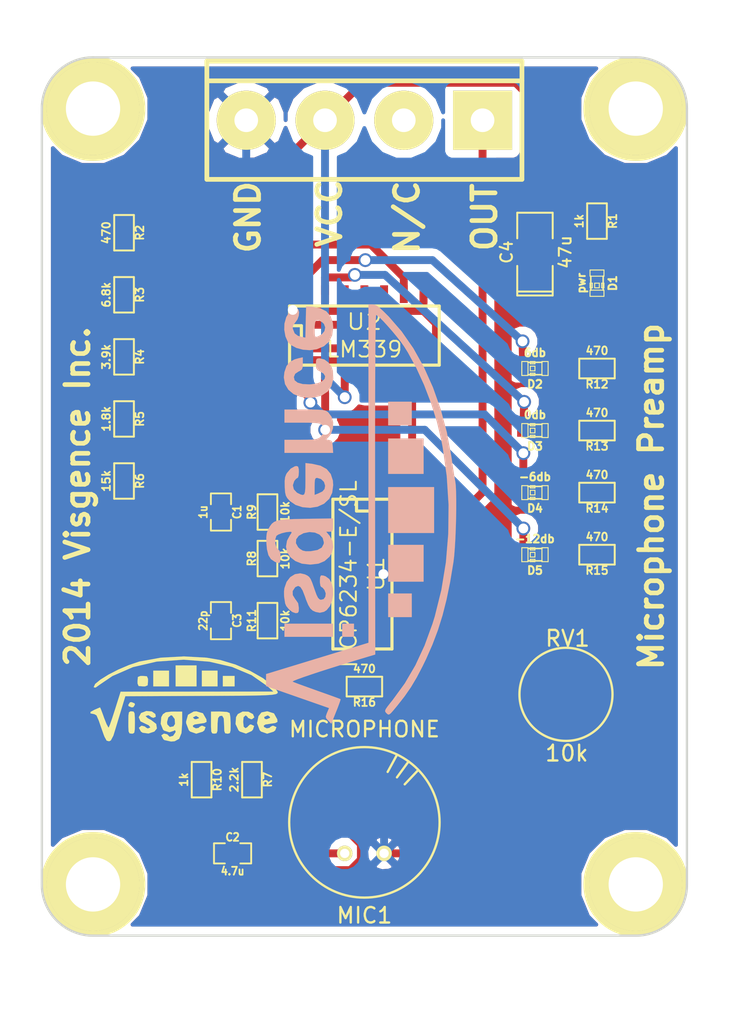
<source format=kicad_pcb>
(kicad_pcb (version 4) (host pcbnew "(2014-08-01 BZR 5042)-product")

  (general
    (links 61)
    (no_connects 0)
    (area 44 43 92.000001 109.000001)
    (thickness 1.6)
    (drawings 14)
    (tracks 202)
    (zones 0)
    (modules 36)
    (nets 27)
  )

  (page A4)
  (layers
    (0 F.Cu signal)
    (31 B.Cu signal)
    (32 B.Adhes user)
    (33 F.Adhes user)
    (34 B.Paste user)
    (35 F.Paste user)
    (36 B.SilkS user)
    (37 F.SilkS user)
    (38 B.Mask user)
    (39 F.Mask user)
    (40 Dwgs.User user)
    (41 Cmts.User user)
    (42 Eco1.User user)
    (43 Eco2.User user)
    (44 Edge.Cuts user)
    (45 Margin user)
    (46 B.CrtYd user)
    (47 F.CrtYd user)
    (48 B.Fab user)
    (49 F.Fab user)
  )

  (setup
    (last_trace_width 0.508)
    (trace_clearance 0.254)
    (zone_clearance 0.508)
    (zone_45_only no)
    (trace_min 0.254)
    (segment_width 0.2)
    (edge_width 0.15)
    (via_size 0.889)
    (via_drill 0.635)
    (via_min_size 0.889)
    (via_min_drill 0.508)
    (uvia_size 0.508)
    (uvia_drill 0.127)
    (uvias_allowed no)
    (uvia_min_size 0.508)
    (uvia_min_drill 0.127)
    (pcb_text_width 0.3)
    (pcb_text_size 1.5 1.5)
    (mod_edge_width 0.15)
    (mod_text_size 1.5 1.5)
    (mod_text_width 0.15)
    (pad_size 1.524 1.524)
    (pad_drill 0.762)
    (pad_to_mask_clearance 0.2)
    (aux_axis_origin 0 0)
    (visible_elements 7FFFF77F)
    (pcbplotparams
      (layerselection 0x010f0_80000001)
      (usegerberextensions true)
      (excludeedgelayer false)
      (linewidth 0.100000)
      (plotframeref false)
      (viasonmask false)
      (mode 1)
      (useauxorigin false)
      (hpglpennumber 1)
      (hpglpenspeed 20)
      (hpglpendiameter 15)
      (hpglpenoverlay 2)
      (psnegative false)
      (psa4output false)
      (plotreference true)
      (plotvalue true)
      (plotinvisibletext false)
      (padsonsilk false)
      (subtractmaskfromsilk true)
      (outputformat 1)
      (mirror false)
      (drillshape 0)
      (scaleselection 1)
      (outputdirectory gerber))
  )

  (net 0 "")
  (net 1 GND)
  (net 2 "Net-(C1-Pad2)")
  (net 3 "Net-(C2-Pad1)")
  (net 4 "Net-(C2-Pad2)")
  (net 5 "Net-(C3-Pad1)")
  (net 6 "Net-(C3-Pad2)")
  (net 7 "Net-(D1-Pad1)")
  (net 8 "Net-(D2-Pad1)")
  (net 9 "Net-(D2-Pad2)")
  (net 10 "Net-(D3-Pad1)")
  (net 11 "Net-(D3-Pad2)")
  (net 12 "Net-(D4-Pad1)")
  (net 13 "Net-(D4-Pad2)")
  (net 14 "Net-(D5-Pad1)")
  (net 15 "Net-(D5-Pad2)")
  (net 16 +5V)
  (net 17 out)
  (net 18 "Net-(R2-Pad2)")
  (net 19 "Net-(R3-Pad2)")
  (net 20 "Net-(R4-Pad2)")
  (net 21 "Net-(R5-Pad2)")
  (net 22 "Net-(R16-Pad1)")
  (net 23 "Net-(RV1-Pad3)")
  (net 24 vhalf)
  (net 25 "Net-(U1-Pad13)")
  (net 26 "Net-(P1-Pad2)")

  (net_class Default "This is the default net class."
    (clearance 0.254)
    (trace_width 0.508)
    (via_dia 0.889)
    (via_drill 0.635)
    (uvia_dia 0.508)
    (uvia_drill 0.127)
    (add_net +5V)
    (add_net GND)
    (add_net "Net-(C1-Pad2)")
    (add_net "Net-(C2-Pad1)")
    (add_net "Net-(C2-Pad2)")
    (add_net "Net-(C3-Pad1)")
    (add_net "Net-(C3-Pad2)")
    (add_net "Net-(D1-Pad1)")
    (add_net "Net-(D2-Pad1)")
    (add_net "Net-(D2-Pad2)")
    (add_net "Net-(D3-Pad1)")
    (add_net "Net-(D3-Pad2)")
    (add_net "Net-(D4-Pad1)")
    (add_net "Net-(D4-Pad2)")
    (add_net "Net-(D5-Pad1)")
    (add_net "Net-(D5-Pad2)")
    (add_net "Net-(P1-Pad2)")
    (add_net "Net-(R16-Pad1)")
    (add_net "Net-(R2-Pad2)")
    (add_net "Net-(R3-Pad2)")
    (add_net "Net-(R4-Pad2)")
    (add_net "Net-(R5-Pad2)")
    (add_net "Net-(RV1-Pad3)")
    (add_net "Net-(U1-Pad13)")
    (add_net out)
    (add_net vhalf)
  )

  (module visgence_parts:1pin_C (layer F.Cu) (tedit 53E2F394) (tstamp 53E1BA7A)
    (at 50 50)
    (descr "module 1 pin (ou trou mecanique de percage)")
    (tags DEV)
    (path 1pin)
    (fp_text reference h1 (at 0 -3.048) (layer F.SilkS) hide
      (effects (font (size 1.016 1.016) (thickness 0.254)))
    )
    (fp_text value pin (at 0 2.794) (layer F.SilkS) hide
      (effects (font (size 1.016 1.016) (thickness 0.254)))
    )
    (fp_circle (center 0 0) (end 3.175 0.2286) (layer F.SilkS) (width 0.381))
    (pad 1 thru_hole circle (at 0 0) (size 6 6) (drill 3.5) (layers *.Cu *.Mask F.SilkS))
  )

  (module visgence_parts:1pin_C (layer F.Cu) (tedit 53E2F3A4) (tstamp 53E1BA8F)
    (at 85 50)
    (descr "module 1 pin (ou trou mecanique de percage)")
    (tags DEV)
    (path 1pin)
    (fp_text reference h2 (at 0 -3.048) (layer F.SilkS) hide
      (effects (font (size 1.016 1.016) (thickness 0.254)))
    )
    (fp_text value pin (at 0 2.794) (layer F.SilkS) hide
      (effects (font (size 1.016 1.016) (thickness 0.254)))
    )
    (fp_circle (center 0 0) (end 3.175 0.2286) (layer F.SilkS) (width 0.381))
    (pad 1 thru_hole circle (at 0 0) (size 6 6) (drill 3.5) (layers *.Cu *.Mask F.SilkS))
  )

  (module visgence_parts:1pin_C (layer F.Cu) (tedit 53E2F3B4) (tstamp 53E1BA88)
    (at 85 100)
    (descr "module 1 pin (ou trou mecanique de percage)")
    (tags DEV)
    (path 1pin)
    (fp_text reference h4 (at 0 -3.048) (layer F.SilkS) hide
      (effects (font (size 1.016 1.016) (thickness 0.254)))
    )
    (fp_text value pin (at 0 2.794) (layer F.SilkS) hide
      (effects (font (size 1.016 1.016) (thickness 0.254)))
    )
    (fp_circle (center 0 0) (end 3.175 0.2286) (layer F.SilkS) (width 0.381))
    (pad 1 thru_hole circle (at 0 0) (size 6 6) (drill 3.5) (layers *.Cu *.Mask F.SilkS))
  )

  (module visgence_parts:1pin_C (layer F.Cu) (tedit 53E2F3AC) (tstamp 53E1BA81)
    (at 50 100)
    (descr "module 1 pin (ou trou mecanique de percage)")
    (tags DEV)
    (path 1pin)
    (fp_text reference h3 (at 0 -3.048) (layer F.SilkS) hide
      (effects (font (size 1.016 1.016) (thickness 0.254)))
    )
    (fp_text value pin (at 0 2.794) (layer F.SilkS) hide
      (effects (font (size 1.016 1.016) (thickness 0.254)))
    )
    (fp_circle (center 0 0) (end 3.175 0.2286) (layer F.SilkS) (width 0.381))
    (pad 1 thru_hole circle (at 0 0) (size 6 6) (drill 3.5) (layers *.Cu *.Mask F.SilkS))
  )

  (module visgence_parts:SM0603_Capa_VIS (layer F.Cu) (tedit 52A163D0) (tstamp 53E1B8C2)
    (at 58.25 76 270)
    (path /53E1AA9F)
    (attr smd)
    (fp_text reference C1 (at 0 -1.0414 270) (layer F.SilkS)
      (effects (font (size 0.508 0.4572) (thickness 0.1143)))
    )
    (fp_text value 1u (at 0 1.143 270) (layer F.SilkS)
      (effects (font (size 0.508 0.4572) (thickness 0.1143)))
    )
    (fp_line (start 0.50038 0.65024) (end 1.19888 0.65024) (layer F.SilkS) (width 0.11938))
    (fp_line (start -0.50038 0.65024) (end -1.19888 0.65024) (layer F.SilkS) (width 0.11938))
    (fp_line (start 0.50038 -0.65024) (end 1.19888 -0.65024) (layer F.SilkS) (width 0.11938))
    (fp_line (start -1.19888 -0.65024) (end -0.50038 -0.65024) (layer F.SilkS) (width 0.11938))
    (fp_line (start 1.19888 -0.635) (end 1.19888 0.635) (layer F.SilkS) (width 0.11938))
    (fp_line (start -1.19888 0.635) (end -1.19888 -0.635) (layer F.SilkS) (width 0.11938))
    (pad 1 smd rect (at -0.762 0 270) (size 0.635 1.143) (layers F.Cu F.Paste F.Mask)
      (net 1 GND))
    (pad 2 smd rect (at 0.762 0 270) (size 0.635 1.143) (layers F.Cu F.Paste F.Mask)
      (net 2 "Net-(C1-Pad2)"))
    (model smd\capacitors\C0603.wrl
      (at (xyz 0 0 0.001000000047497451))
      (scale (xyz 0.5 0.5 0.5))
      (rotate (xyz 0 0 0))
    )
  )

  (module visgence_parts:SM0603_Capa_VIS (layer F.Cu) (tedit 52A163D0) (tstamp 53E1B8CF)
    (at 59 98)
    (path /53E1A2B4)
    (attr smd)
    (fp_text reference C2 (at 0 -1.0414) (layer F.SilkS)
      (effects (font (size 0.508 0.4572) (thickness 0.1143)))
    )
    (fp_text value 4.7u (at 0 1.143) (layer F.SilkS)
      (effects (font (size 0.508 0.4572) (thickness 0.1143)))
    )
    (fp_line (start 0.50038 0.65024) (end 1.19888 0.65024) (layer F.SilkS) (width 0.11938))
    (fp_line (start -0.50038 0.65024) (end -1.19888 0.65024) (layer F.SilkS) (width 0.11938))
    (fp_line (start 0.50038 -0.65024) (end 1.19888 -0.65024) (layer F.SilkS) (width 0.11938))
    (fp_line (start -1.19888 -0.65024) (end -0.50038 -0.65024) (layer F.SilkS) (width 0.11938))
    (fp_line (start 1.19888 -0.635) (end 1.19888 0.635) (layer F.SilkS) (width 0.11938))
    (fp_line (start -1.19888 0.635) (end -1.19888 -0.635) (layer F.SilkS) (width 0.11938))
    (pad 1 smd rect (at -0.762 0) (size 0.635 1.143) (layers F.Cu F.Paste F.Mask)
      (net 3 "Net-(C2-Pad1)"))
    (pad 2 smd rect (at 0.762 0) (size 0.635 1.143) (layers F.Cu F.Paste F.Mask)
      (net 4 "Net-(C2-Pad2)"))
    (model smd\capacitors\C0603.wrl
      (at (xyz 0 0 0.001000000047497451))
      (scale (xyz 0.5 0.5 0.5))
      (rotate (xyz 0 0 0))
    )
  )

  (module visgence_parts:SM0603_Capa_VIS (layer F.Cu) (tedit 52A163D0) (tstamp 53E1B8DC)
    (at 58.25 83 270)
    (path /53E1B3DD)
    (attr smd)
    (fp_text reference C3 (at 0 -1.0414 270) (layer F.SilkS)
      (effects (font (size 0.508 0.4572) (thickness 0.1143)))
    )
    (fp_text value 22p (at 0 1.143 270) (layer F.SilkS)
      (effects (font (size 0.508 0.4572) (thickness 0.1143)))
    )
    (fp_line (start 0.50038 0.65024) (end 1.19888 0.65024) (layer F.SilkS) (width 0.11938))
    (fp_line (start -0.50038 0.65024) (end -1.19888 0.65024) (layer F.SilkS) (width 0.11938))
    (fp_line (start 0.50038 -0.65024) (end 1.19888 -0.65024) (layer F.SilkS) (width 0.11938))
    (fp_line (start -1.19888 -0.65024) (end -0.50038 -0.65024) (layer F.SilkS) (width 0.11938))
    (fp_line (start 1.19888 -0.635) (end 1.19888 0.635) (layer F.SilkS) (width 0.11938))
    (fp_line (start -1.19888 0.635) (end -1.19888 -0.635) (layer F.SilkS) (width 0.11938))
    (pad 1 smd rect (at -0.762 0 270) (size 0.635 1.143) (layers F.Cu F.Paste F.Mask)
      (net 5 "Net-(C3-Pad1)"))
    (pad 2 smd rect (at 0.762 0 270) (size 0.635 1.143) (layers F.Cu F.Paste F.Mask)
      (net 6 "Net-(C3-Pad2)"))
    (model smd\capacitors\C0603.wrl
      (at (xyz 0 0 0.001000000047497451))
      (scale (xyz 0.5 0.5 0.5))
      (rotate (xyz 0 0 0))
    )
  )

  (module LEDs:LED-0603 (layer F.Cu) (tedit 53E1B1B6) (tstamp 53E1B8F9)
    (at 82.5 61.25 270)
    (descr "LED 0603 smd package")
    (tags "LED led 0603 SMD smd SMT smt smdled SMDLED smtled SMTLED")
    (path /53E235E1)
    (attr smd)
    (fp_text reference D1 (at 0 -1.016 270) (layer F.SilkS)
      (effects (font (size 0.508 0.508) (thickness 0.127)))
    )
    (fp_text value pwr (at 0 1.016 270) (layer F.SilkS)
      (effects (font (size 0.508 0.508) (thickness 0.127)))
    )
    (fp_line (start 0.44958 -0.44958) (end 0.44958 0.44958) (layer F.SilkS) (width 0.06604))
    (fp_line (start 0.44958 0.44958) (end 0.84836 0.44958) (layer F.SilkS) (width 0.06604))
    (fp_line (start 0.84836 -0.44958) (end 0.84836 0.44958) (layer F.SilkS) (width 0.06604))
    (fp_line (start 0.44958 -0.44958) (end 0.84836 -0.44958) (layer F.SilkS) (width 0.06604))
    (fp_line (start -0.84836 -0.44958) (end -0.84836 0.44958) (layer F.SilkS) (width 0.06604))
    (fp_line (start -0.84836 0.44958) (end -0.44958 0.44958) (layer F.SilkS) (width 0.06604))
    (fp_line (start -0.44958 -0.44958) (end -0.44958 0.44958) (layer F.SilkS) (width 0.06604))
    (fp_line (start -0.84836 -0.44958) (end -0.44958 -0.44958) (layer F.SilkS) (width 0.06604))
    (fp_line (start 0 -0.44958) (end 0 -0.29972) (layer F.SilkS) (width 0.06604))
    (fp_line (start 0 -0.29972) (end 0.29972 -0.29972) (layer F.SilkS) (width 0.06604))
    (fp_line (start 0.29972 -0.44958) (end 0.29972 -0.29972) (layer F.SilkS) (width 0.06604))
    (fp_line (start 0 -0.44958) (end 0.29972 -0.44958) (layer F.SilkS) (width 0.06604))
    (fp_line (start 0 0.29972) (end 0 0.44958) (layer F.SilkS) (width 0.06604))
    (fp_line (start 0 0.44958) (end 0.29972 0.44958) (layer F.SilkS) (width 0.06604))
    (fp_line (start 0.29972 0.29972) (end 0.29972 0.44958) (layer F.SilkS) (width 0.06604))
    (fp_line (start 0 0.29972) (end 0.29972 0.29972) (layer F.SilkS) (width 0.06604))
    (fp_line (start 0 -0.14986) (end 0 0.14986) (layer F.SilkS) (width 0.06604))
    (fp_line (start 0 0.14986) (end 0.29972 0.14986) (layer F.SilkS) (width 0.06604))
    (fp_line (start 0.29972 -0.14986) (end 0.29972 0.14986) (layer F.SilkS) (width 0.06604))
    (fp_line (start 0 -0.14986) (end 0.29972 -0.14986) (layer F.SilkS) (width 0.06604))
    (fp_line (start 0.44958 -0.39878) (end -0.44958 -0.39878) (layer F.SilkS) (width 0.1016))
    (fp_line (start 0.44958 0.39878) (end -0.44958 0.39878) (layer F.SilkS) (width 0.1016))
    (pad 1 smd rect (at -0.7493 0 270) (size 0.79756 0.79756) (layers F.Cu F.Paste F.Mask)
      (net 7 "Net-(D1-Pad1)"))
    (pad 2 smd rect (at 0.7493 0 270) (size 0.79756 0.79756) (layers F.Cu F.Paste F.Mask)
      (net 1 GND))
  )

  (module LEDs:LED-0603 (layer F.Cu) (tedit 53E1B1B6) (tstamp 53E1B916)
    (at 78.5 66.75 180)
    (descr "LED 0603 smd package")
    (tags "LED led 0603 SMD smd SMT smt smdled SMDLED smtled SMTLED")
    (path /53E1DD8D)
    (attr smd)
    (fp_text reference D2 (at 0 -1.016 180) (layer F.SilkS)
      (effects (font (size 0.508 0.508) (thickness 0.127)))
    )
    (fp_text value 6db (at 0 1.016 180) (layer F.SilkS)
      (effects (font (size 0.508 0.508) (thickness 0.127)))
    )
    (fp_line (start 0.44958 -0.44958) (end 0.44958 0.44958) (layer F.SilkS) (width 0.06604))
    (fp_line (start 0.44958 0.44958) (end 0.84836 0.44958) (layer F.SilkS) (width 0.06604))
    (fp_line (start 0.84836 -0.44958) (end 0.84836 0.44958) (layer F.SilkS) (width 0.06604))
    (fp_line (start 0.44958 -0.44958) (end 0.84836 -0.44958) (layer F.SilkS) (width 0.06604))
    (fp_line (start -0.84836 -0.44958) (end -0.84836 0.44958) (layer F.SilkS) (width 0.06604))
    (fp_line (start -0.84836 0.44958) (end -0.44958 0.44958) (layer F.SilkS) (width 0.06604))
    (fp_line (start -0.44958 -0.44958) (end -0.44958 0.44958) (layer F.SilkS) (width 0.06604))
    (fp_line (start -0.84836 -0.44958) (end -0.44958 -0.44958) (layer F.SilkS) (width 0.06604))
    (fp_line (start 0 -0.44958) (end 0 -0.29972) (layer F.SilkS) (width 0.06604))
    (fp_line (start 0 -0.29972) (end 0.29972 -0.29972) (layer F.SilkS) (width 0.06604))
    (fp_line (start 0.29972 -0.44958) (end 0.29972 -0.29972) (layer F.SilkS) (width 0.06604))
    (fp_line (start 0 -0.44958) (end 0.29972 -0.44958) (layer F.SilkS) (width 0.06604))
    (fp_line (start 0 0.29972) (end 0 0.44958) (layer F.SilkS) (width 0.06604))
    (fp_line (start 0 0.44958) (end 0.29972 0.44958) (layer F.SilkS) (width 0.06604))
    (fp_line (start 0.29972 0.29972) (end 0.29972 0.44958) (layer F.SilkS) (width 0.06604))
    (fp_line (start 0 0.29972) (end 0.29972 0.29972) (layer F.SilkS) (width 0.06604))
    (fp_line (start 0 -0.14986) (end 0 0.14986) (layer F.SilkS) (width 0.06604))
    (fp_line (start 0 0.14986) (end 0.29972 0.14986) (layer F.SilkS) (width 0.06604))
    (fp_line (start 0.29972 -0.14986) (end 0.29972 0.14986) (layer F.SilkS) (width 0.06604))
    (fp_line (start 0 -0.14986) (end 0.29972 -0.14986) (layer F.SilkS) (width 0.06604))
    (fp_line (start 0.44958 -0.39878) (end -0.44958 -0.39878) (layer F.SilkS) (width 0.1016))
    (fp_line (start 0.44958 0.39878) (end -0.44958 0.39878) (layer F.SilkS) (width 0.1016))
    (pad 1 smd rect (at -0.7493 0 180) (size 0.79756 0.79756) (layers F.Cu F.Paste F.Mask)
      (net 8 "Net-(D2-Pad1)"))
    (pad 2 smd rect (at 0.7493 0 180) (size 0.79756 0.79756) (layers F.Cu F.Paste F.Mask)
      (net 9 "Net-(D2-Pad2)"))
  )

  (module LEDs:LED-0603 (layer F.Cu) (tedit 53E1B1B6) (tstamp 53E1B933)
    (at 78.5 70.75 180)
    (descr "LED 0603 smd package")
    (tags "LED led 0603 SMD smd SMT smt smdled SMDLED smtled SMTLED")
    (path /53E1DF43)
    (attr smd)
    (fp_text reference D3 (at 0 -1.016 180) (layer F.SilkS)
      (effects (font (size 0.508 0.508) (thickness 0.127)))
    )
    (fp_text value 0db (at 0 1.016 180) (layer F.SilkS)
      (effects (font (size 0.508 0.508) (thickness 0.127)))
    )
    (fp_line (start 0.44958 -0.44958) (end 0.44958 0.44958) (layer F.SilkS) (width 0.06604))
    (fp_line (start 0.44958 0.44958) (end 0.84836 0.44958) (layer F.SilkS) (width 0.06604))
    (fp_line (start 0.84836 -0.44958) (end 0.84836 0.44958) (layer F.SilkS) (width 0.06604))
    (fp_line (start 0.44958 -0.44958) (end 0.84836 -0.44958) (layer F.SilkS) (width 0.06604))
    (fp_line (start -0.84836 -0.44958) (end -0.84836 0.44958) (layer F.SilkS) (width 0.06604))
    (fp_line (start -0.84836 0.44958) (end -0.44958 0.44958) (layer F.SilkS) (width 0.06604))
    (fp_line (start -0.44958 -0.44958) (end -0.44958 0.44958) (layer F.SilkS) (width 0.06604))
    (fp_line (start -0.84836 -0.44958) (end -0.44958 -0.44958) (layer F.SilkS) (width 0.06604))
    (fp_line (start 0 -0.44958) (end 0 -0.29972) (layer F.SilkS) (width 0.06604))
    (fp_line (start 0 -0.29972) (end 0.29972 -0.29972) (layer F.SilkS) (width 0.06604))
    (fp_line (start 0.29972 -0.44958) (end 0.29972 -0.29972) (layer F.SilkS) (width 0.06604))
    (fp_line (start 0 -0.44958) (end 0.29972 -0.44958) (layer F.SilkS) (width 0.06604))
    (fp_line (start 0 0.29972) (end 0 0.44958) (layer F.SilkS) (width 0.06604))
    (fp_line (start 0 0.44958) (end 0.29972 0.44958) (layer F.SilkS) (width 0.06604))
    (fp_line (start 0.29972 0.29972) (end 0.29972 0.44958) (layer F.SilkS) (width 0.06604))
    (fp_line (start 0 0.29972) (end 0.29972 0.29972) (layer F.SilkS) (width 0.06604))
    (fp_line (start 0 -0.14986) (end 0 0.14986) (layer F.SilkS) (width 0.06604))
    (fp_line (start 0 0.14986) (end 0.29972 0.14986) (layer F.SilkS) (width 0.06604))
    (fp_line (start 0.29972 -0.14986) (end 0.29972 0.14986) (layer F.SilkS) (width 0.06604))
    (fp_line (start 0 -0.14986) (end 0.29972 -0.14986) (layer F.SilkS) (width 0.06604))
    (fp_line (start 0.44958 -0.39878) (end -0.44958 -0.39878) (layer F.SilkS) (width 0.1016))
    (fp_line (start 0.44958 0.39878) (end -0.44958 0.39878) (layer F.SilkS) (width 0.1016))
    (pad 1 smd rect (at -0.7493 0 180) (size 0.79756 0.79756) (layers F.Cu F.Paste F.Mask)
      (net 10 "Net-(D3-Pad1)"))
    (pad 2 smd rect (at 0.7493 0 180) (size 0.79756 0.79756) (layers F.Cu F.Paste F.Mask)
      (net 11 "Net-(D3-Pad2)"))
  )

  (module LEDs:LED-0603 (layer F.Cu) (tedit 53E1B1B6) (tstamp 53E1B950)
    (at 78.5 74.75 180)
    (descr "LED 0603 smd package")
    (tags "LED led 0603 SMD smd SMT smt smdled SMDLED smtled SMTLED")
    (path /53E1E045)
    (attr smd)
    (fp_text reference D4 (at 0 -1.016 180) (layer F.SilkS)
      (effects (font (size 0.508 0.508) (thickness 0.127)))
    )
    (fp_text value -6db (at 0 1.016 180) (layer F.SilkS)
      (effects (font (size 0.508 0.508) (thickness 0.127)))
    )
    (fp_line (start 0.44958 -0.44958) (end 0.44958 0.44958) (layer F.SilkS) (width 0.06604))
    (fp_line (start 0.44958 0.44958) (end 0.84836 0.44958) (layer F.SilkS) (width 0.06604))
    (fp_line (start 0.84836 -0.44958) (end 0.84836 0.44958) (layer F.SilkS) (width 0.06604))
    (fp_line (start 0.44958 -0.44958) (end 0.84836 -0.44958) (layer F.SilkS) (width 0.06604))
    (fp_line (start -0.84836 -0.44958) (end -0.84836 0.44958) (layer F.SilkS) (width 0.06604))
    (fp_line (start -0.84836 0.44958) (end -0.44958 0.44958) (layer F.SilkS) (width 0.06604))
    (fp_line (start -0.44958 -0.44958) (end -0.44958 0.44958) (layer F.SilkS) (width 0.06604))
    (fp_line (start -0.84836 -0.44958) (end -0.44958 -0.44958) (layer F.SilkS) (width 0.06604))
    (fp_line (start 0 -0.44958) (end 0 -0.29972) (layer F.SilkS) (width 0.06604))
    (fp_line (start 0 -0.29972) (end 0.29972 -0.29972) (layer F.SilkS) (width 0.06604))
    (fp_line (start 0.29972 -0.44958) (end 0.29972 -0.29972) (layer F.SilkS) (width 0.06604))
    (fp_line (start 0 -0.44958) (end 0.29972 -0.44958) (layer F.SilkS) (width 0.06604))
    (fp_line (start 0 0.29972) (end 0 0.44958) (layer F.SilkS) (width 0.06604))
    (fp_line (start 0 0.44958) (end 0.29972 0.44958) (layer F.SilkS) (width 0.06604))
    (fp_line (start 0.29972 0.29972) (end 0.29972 0.44958) (layer F.SilkS) (width 0.06604))
    (fp_line (start 0 0.29972) (end 0.29972 0.29972) (layer F.SilkS) (width 0.06604))
    (fp_line (start 0 -0.14986) (end 0 0.14986) (layer F.SilkS) (width 0.06604))
    (fp_line (start 0 0.14986) (end 0.29972 0.14986) (layer F.SilkS) (width 0.06604))
    (fp_line (start 0.29972 -0.14986) (end 0.29972 0.14986) (layer F.SilkS) (width 0.06604))
    (fp_line (start 0 -0.14986) (end 0.29972 -0.14986) (layer F.SilkS) (width 0.06604))
    (fp_line (start 0.44958 -0.39878) (end -0.44958 -0.39878) (layer F.SilkS) (width 0.1016))
    (fp_line (start 0.44958 0.39878) (end -0.44958 0.39878) (layer F.SilkS) (width 0.1016))
    (pad 1 smd rect (at -0.7493 0 180) (size 0.79756 0.79756) (layers F.Cu F.Paste F.Mask)
      (net 12 "Net-(D4-Pad1)"))
    (pad 2 smd rect (at 0.7493 0 180) (size 0.79756 0.79756) (layers F.Cu F.Paste F.Mask)
      (net 13 "Net-(D4-Pad2)"))
  )

  (module LEDs:LED-0603 (layer F.Cu) (tedit 53E1B1B6) (tstamp 53E1B96D)
    (at 78.5 78.75 180)
    (descr "LED 0603 smd package")
    (tags "LED led 0603 SMD smd SMT smt smdled SMDLED smtled SMTLED")
    (path /53E1E0E1)
    (attr smd)
    (fp_text reference D5 (at 0 -1.016 180) (layer F.SilkS)
      (effects (font (size 0.508 0.508) (thickness 0.127)))
    )
    (fp_text value -12db (at 0 1.016 180) (layer F.SilkS)
      (effects (font (size 0.508 0.508) (thickness 0.127)))
    )
    (fp_line (start 0.44958 -0.44958) (end 0.44958 0.44958) (layer F.SilkS) (width 0.06604))
    (fp_line (start 0.44958 0.44958) (end 0.84836 0.44958) (layer F.SilkS) (width 0.06604))
    (fp_line (start 0.84836 -0.44958) (end 0.84836 0.44958) (layer F.SilkS) (width 0.06604))
    (fp_line (start 0.44958 -0.44958) (end 0.84836 -0.44958) (layer F.SilkS) (width 0.06604))
    (fp_line (start -0.84836 -0.44958) (end -0.84836 0.44958) (layer F.SilkS) (width 0.06604))
    (fp_line (start -0.84836 0.44958) (end -0.44958 0.44958) (layer F.SilkS) (width 0.06604))
    (fp_line (start -0.44958 -0.44958) (end -0.44958 0.44958) (layer F.SilkS) (width 0.06604))
    (fp_line (start -0.84836 -0.44958) (end -0.44958 -0.44958) (layer F.SilkS) (width 0.06604))
    (fp_line (start 0 -0.44958) (end 0 -0.29972) (layer F.SilkS) (width 0.06604))
    (fp_line (start 0 -0.29972) (end 0.29972 -0.29972) (layer F.SilkS) (width 0.06604))
    (fp_line (start 0.29972 -0.44958) (end 0.29972 -0.29972) (layer F.SilkS) (width 0.06604))
    (fp_line (start 0 -0.44958) (end 0.29972 -0.44958) (layer F.SilkS) (width 0.06604))
    (fp_line (start 0 0.29972) (end 0 0.44958) (layer F.SilkS) (width 0.06604))
    (fp_line (start 0 0.44958) (end 0.29972 0.44958) (layer F.SilkS) (width 0.06604))
    (fp_line (start 0.29972 0.29972) (end 0.29972 0.44958) (layer F.SilkS) (width 0.06604))
    (fp_line (start 0 0.29972) (end 0.29972 0.29972) (layer F.SilkS) (width 0.06604))
    (fp_line (start 0 -0.14986) (end 0 0.14986) (layer F.SilkS) (width 0.06604))
    (fp_line (start 0 0.14986) (end 0.29972 0.14986) (layer F.SilkS) (width 0.06604))
    (fp_line (start 0.29972 -0.14986) (end 0.29972 0.14986) (layer F.SilkS) (width 0.06604))
    (fp_line (start 0 -0.14986) (end 0.29972 -0.14986) (layer F.SilkS) (width 0.06604))
    (fp_line (start 0.44958 -0.39878) (end -0.44958 -0.39878) (layer F.SilkS) (width 0.1016))
    (fp_line (start 0.44958 0.39878) (end -0.44958 0.39878) (layer F.SilkS) (width 0.1016))
    (pad 1 smd rect (at -0.7493 0 180) (size 0.79756 0.79756) (layers F.Cu F.Paste F.Mask)
      (net 14 "Net-(D5-Pad1)"))
    (pad 2 smd rect (at 0.7493 0 180) (size 0.79756 0.79756) (layers F.Cu F.Paste F.Mask)
      (net 15 "Net-(D5-Pad2)"))
  )

  (module visgence_parts:MIC9.7 (layer F.Cu) (tedit 53E1AD34) (tstamp 53E1B978)
    (at 67.5 96)
    (path /53E1A0F4)
    (fp_text reference MIC1 (at 0 6) (layer F.SilkS)
      (effects (font (size 1 1) (thickness 0.15)))
    )
    (fp_text value MICROPHONE (at 0 -6) (layer F.SilkS)
      (effects (font (size 1 1) (thickness 0.15)))
    )
    (fp_line (start 2.6 -2.45) (end 3.475 -3.375) (layer F.SilkS) (width 0.15))
    (fp_line (start 2.1 -2.9) (end 2.85 -3.925) (layer F.SilkS) (width 0.15))
    (fp_line (start 1.5 -3.25) (end 2.1 -4.35) (layer F.SilkS) (width 0.15))
    (fp_circle (center 0 0) (end 4.85 0) (layer F.SilkS) (width 0.15))
    (pad 1 thru_hole circle (at -1.27 2) (size 1 1) (drill 0.6) (layers *.Cu *.Mask F.SilkS)
      (net 4 "Net-(C2-Pad2)"))
    (pad 2 thru_hole circle (at 1.27 2) (size 1 1) (drill 0.6) (layers *.Cu *.Mask F.SilkS)
      (net 1 GND))
  )

  (module Connect:bornier4 (layer F.Cu) (tedit 53E2F37F) (tstamp 53E1B986)
    (at 67.5 50.75 180)
    (descr "Bornier d'alimentation 4 pins")
    (tags DEV)
    (path /53E22293)
    (fp_text reference P1 (at 0 -6.35 180) (layer F.SilkS) hide
      (effects (font (size 2.6162 1.59766) (thickness 0.3048)))
    )
    (fp_text value CONN_4 (at 0 5.08 180) (layer F.SilkS) hide
      (effects (font (thickness 0.3048)))
    )
    (fp_line (start -10.16 -3.81) (end -10.16 3.81) (layer F.SilkS) (width 0.3048))
    (fp_line (start 10.16 3.81) (end 10.16 -3.81) (layer F.SilkS) (width 0.3048))
    (fp_line (start 10.16 2.54) (end -10.16 2.54) (layer F.SilkS) (width 0.3048))
    (fp_line (start -10.16 -3.81) (end 10.16 -3.81) (layer F.SilkS) (width 0.3048))
    (fp_line (start -10.16 3.81) (end 10.16 3.81) (layer F.SilkS) (width 0.3048))
    (pad 2 thru_hole circle (at -2.54 0 180) (size 3.81 3.81) (drill 1.524) (layers *.Cu *.Mask F.SilkS)
      (net 26 "Net-(P1-Pad2)"))
    (pad 3 thru_hole circle (at 2.54 0 180) (size 3.81 3.81) (drill 1.524) (layers *.Cu *.Mask F.SilkS)
      (net 16 +5V))
    (pad 1 thru_hole rect (at -7.62 0 180) (size 3.81 3.81) (drill 1.524) (layers *.Cu *.Mask F.SilkS)
      (net 17 out))
    (pad 4 thru_hole circle (at 7.62 0 180) (size 3.81 3.81) (drill 1.524) (layers *.Cu *.Mask F.SilkS)
      (net 1 GND))
    (model Device/bornier_4.wrl
      (at (xyz 0 0 0))
      (scale (xyz 1 1 1))
      (rotate (xyz 0 0 0))
    )
  )

  (module visgence_parts:SM0603_VIS (layer F.Cu) (tedit 52A161E2) (tstamp 53E1B991)
    (at 82.5 57.25 270)
    (path /53E2396F)
    (attr smd)
    (fp_text reference R1 (at 0 -1.016 270) (layer F.SilkS)
      (effects (font (size 0.508 0.508) (thickness 0.1143)))
    )
    (fp_text value 1k (at 0 1.143 270) (layer F.SilkS)
      (effects (font (size 0.508 0.508) (thickness 0.1143)))
    )
    (fp_line (start -1.143 -0.635) (end 1.143 -0.635) (layer F.SilkS) (width 0.127))
    (fp_line (start 1.143 -0.635) (end 1.143 0.635) (layer F.SilkS) (width 0.127))
    (fp_line (start 1.143 0.635) (end -1.143 0.635) (layer F.SilkS) (width 0.127))
    (fp_line (start -1.143 0.635) (end -1.143 -0.635) (layer F.SilkS) (width 0.127))
    (pad 1 smd rect (at -0.762 0 270) (size 0.635 1.143) (layers F.Cu F.Paste F.Mask)
      (net 16 +5V))
    (pad 2 smd rect (at 0.762 0 270) (size 0.635 1.143) (layers F.Cu F.Paste F.Mask)
      (net 7 "Net-(D1-Pad1)"))
    (model smd\resistors\R0603.wrl
      (at (xyz 0 0 0.001000000047497451))
      (scale (xyz 0.5 0.5 0.5))
      (rotate (xyz 0 0 0))
    )
  )

  (module visgence_parts:SM0603_VIS (layer F.Cu) (tedit 52A161E2) (tstamp 53E1B99C)
    (at 52 58 270)
    (path /53E1CE17)
    (attr smd)
    (fp_text reference R2 (at 0 -1.016 270) (layer F.SilkS)
      (effects (font (size 0.508 0.508) (thickness 0.1143)))
    )
    (fp_text value 470 (at 0 1.143 270) (layer F.SilkS)
      (effects (font (size 0.508 0.508) (thickness 0.1143)))
    )
    (fp_line (start -1.143 -0.635) (end 1.143 -0.635) (layer F.SilkS) (width 0.127))
    (fp_line (start 1.143 -0.635) (end 1.143 0.635) (layer F.SilkS) (width 0.127))
    (fp_line (start 1.143 0.635) (end -1.143 0.635) (layer F.SilkS) (width 0.127))
    (fp_line (start -1.143 0.635) (end -1.143 -0.635) (layer F.SilkS) (width 0.127))
    (pad 1 smd rect (at -0.762 0 270) (size 0.635 1.143) (layers F.Cu F.Paste F.Mask)
      (net 16 +5V))
    (pad 2 smd rect (at 0.762 0 270) (size 0.635 1.143) (layers F.Cu F.Paste F.Mask)
      (net 18 "Net-(R2-Pad2)"))
    (model smd\resistors\R0603.wrl
      (at (xyz 0 0 0.001000000047497451))
      (scale (xyz 0.5 0.5 0.5))
      (rotate (xyz 0 0 0))
    )
  )

  (module visgence_parts:SM0603_VIS (layer F.Cu) (tedit 52A161E2) (tstamp 53E1B9A7)
    (at 52 62 270)
    (path /53E1CD72)
    (attr smd)
    (fp_text reference R3 (at 0 -1.016 270) (layer F.SilkS)
      (effects (font (size 0.508 0.508) (thickness 0.1143)))
    )
    (fp_text value 6.8k (at 0 1.143 270) (layer F.SilkS)
      (effects (font (size 0.508 0.508) (thickness 0.1143)))
    )
    (fp_line (start -1.143 -0.635) (end 1.143 -0.635) (layer F.SilkS) (width 0.127))
    (fp_line (start 1.143 -0.635) (end 1.143 0.635) (layer F.SilkS) (width 0.127))
    (fp_line (start 1.143 0.635) (end -1.143 0.635) (layer F.SilkS) (width 0.127))
    (fp_line (start -1.143 0.635) (end -1.143 -0.635) (layer F.SilkS) (width 0.127))
    (pad 1 smd rect (at -0.762 0 270) (size 0.635 1.143) (layers F.Cu F.Paste F.Mask)
      (net 18 "Net-(R2-Pad2)"))
    (pad 2 smd rect (at 0.762 0 270) (size 0.635 1.143) (layers F.Cu F.Paste F.Mask)
      (net 19 "Net-(R3-Pad2)"))
    (model smd\resistors\R0603.wrl
      (at (xyz 0 0 0.001000000047497451))
      (scale (xyz 0.5 0.5 0.5))
      (rotate (xyz 0 0 0))
    )
  )

  (module visgence_parts:SM0603_VIS (layer F.Cu) (tedit 52A161E2) (tstamp 53E1B9B2)
    (at 52 66 270)
    (path /53E1CCA2)
    (attr smd)
    (fp_text reference R4 (at 0 -1.016 270) (layer F.SilkS)
      (effects (font (size 0.508 0.508) (thickness 0.1143)))
    )
    (fp_text value 3.9k (at 0 1.143 270) (layer F.SilkS)
      (effects (font (size 0.508 0.508) (thickness 0.1143)))
    )
    (fp_line (start -1.143 -0.635) (end 1.143 -0.635) (layer F.SilkS) (width 0.127))
    (fp_line (start 1.143 -0.635) (end 1.143 0.635) (layer F.SilkS) (width 0.127))
    (fp_line (start 1.143 0.635) (end -1.143 0.635) (layer F.SilkS) (width 0.127))
    (fp_line (start -1.143 0.635) (end -1.143 -0.635) (layer F.SilkS) (width 0.127))
    (pad 1 smd rect (at -0.762 0 270) (size 0.635 1.143) (layers F.Cu F.Paste F.Mask)
      (net 19 "Net-(R3-Pad2)"))
    (pad 2 smd rect (at 0.762 0 270) (size 0.635 1.143) (layers F.Cu F.Paste F.Mask)
      (net 20 "Net-(R4-Pad2)"))
    (model smd\resistors\R0603.wrl
      (at (xyz 0 0 0.001000000047497451))
      (scale (xyz 0.5 0.5 0.5))
      (rotate (xyz 0 0 0))
    )
  )

  (module visgence_parts:SM0603_VIS (layer F.Cu) (tedit 52A161E2) (tstamp 53E1B9BD)
    (at 52 70 270)
    (path /53E1CBD9)
    (attr smd)
    (fp_text reference R5 (at 0 -1.016 270) (layer F.SilkS)
      (effects (font (size 0.508 0.508) (thickness 0.1143)))
    )
    (fp_text value 1.8k (at 0 1.143 270) (layer F.SilkS)
      (effects (font (size 0.508 0.508) (thickness 0.1143)))
    )
    (fp_line (start -1.143 -0.635) (end 1.143 -0.635) (layer F.SilkS) (width 0.127))
    (fp_line (start 1.143 -0.635) (end 1.143 0.635) (layer F.SilkS) (width 0.127))
    (fp_line (start 1.143 0.635) (end -1.143 0.635) (layer F.SilkS) (width 0.127))
    (fp_line (start -1.143 0.635) (end -1.143 -0.635) (layer F.SilkS) (width 0.127))
    (pad 1 smd rect (at -0.762 0 270) (size 0.635 1.143) (layers F.Cu F.Paste F.Mask)
      (net 20 "Net-(R4-Pad2)"))
    (pad 2 smd rect (at 0.762 0 270) (size 0.635 1.143) (layers F.Cu F.Paste F.Mask)
      (net 21 "Net-(R5-Pad2)"))
    (model smd\resistors\R0603.wrl
      (at (xyz 0 0 0.001000000047497451))
      (scale (xyz 0.5 0.5 0.5))
      (rotate (xyz 0 0 0))
    )
  )

  (module visgence_parts:SM0603_VIS (layer F.Cu) (tedit 52A161E2) (tstamp 53E1BA68)
    (at 52 74 270)
    (path /53E1C903)
    (attr smd)
    (fp_text reference R6 (at 0 -1.016 270) (layer F.SilkS)
      (effects (font (size 0.508 0.508) (thickness 0.1143)))
    )
    (fp_text value 15k (at 0 1.143 270) (layer F.SilkS)
      (effects (font (size 0.508 0.508) (thickness 0.1143)))
    )
    (fp_line (start -1.143 -0.635) (end 1.143 -0.635) (layer F.SilkS) (width 0.127))
    (fp_line (start 1.143 -0.635) (end 1.143 0.635) (layer F.SilkS) (width 0.127))
    (fp_line (start 1.143 0.635) (end -1.143 0.635) (layer F.SilkS) (width 0.127))
    (fp_line (start -1.143 0.635) (end -1.143 -0.635) (layer F.SilkS) (width 0.127))
    (pad 1 smd rect (at -0.762 0 270) (size 0.635 1.143) (layers F.Cu F.Paste F.Mask)
      (net 21 "Net-(R5-Pad2)"))
    (pad 2 smd rect (at 0.762 0 270) (size 0.635 1.143) (layers F.Cu F.Paste F.Mask)
      (net 1 GND))
    (model smd\resistors\R0603.wrl
      (at (xyz 0 0 0.001000000047497451))
      (scale (xyz 0.5 0.5 0.5))
      (rotate (xyz 0 0 0))
    )
  )

  (module visgence_parts:SM0603_VIS (layer F.Cu) (tedit 52A161E2) (tstamp 53E1BA73)
    (at 60.25 93.25 270)
    (path /53E1A254)
    (attr smd)
    (fp_text reference R7 (at 0 -1.016 270) (layer F.SilkS)
      (effects (font (size 0.508 0.508) (thickness 0.1143)))
    )
    (fp_text value 2.2k (at 0 1.143 270) (layer F.SilkS)
      (effects (font (size 0.508 0.508) (thickness 0.1143)))
    )
    (fp_line (start -1.143 -0.635) (end 1.143 -0.635) (layer F.SilkS) (width 0.127))
    (fp_line (start 1.143 -0.635) (end 1.143 0.635) (layer F.SilkS) (width 0.127))
    (fp_line (start 1.143 0.635) (end -1.143 0.635) (layer F.SilkS) (width 0.127))
    (fp_line (start -1.143 0.635) (end -1.143 -0.635) (layer F.SilkS) (width 0.127))
    (pad 1 smd rect (at -0.762 0 270) (size 0.635 1.143) (layers F.Cu F.Paste F.Mask)
      (net 16 +5V))
    (pad 2 smd rect (at 0.762 0 270) (size 0.635 1.143) (layers F.Cu F.Paste F.Mask)
      (net 4 "Net-(C2-Pad2)"))
    (model smd\resistors\R0603.wrl
      (at (xyz 0 0 0.001000000047497451))
      (scale (xyz 0.5 0.5 0.5))
      (rotate (xyz 0 0 0))
    )
  )

  (module visgence_parts:SM0603_VIS (layer F.Cu) (tedit 52A161E2) (tstamp 53E1BA43)
    (at 61.25 79 90)
    (path /53E1A9AD)
    (attr smd)
    (fp_text reference R8 (at 0 -1.016 90) (layer F.SilkS)
      (effects (font (size 0.508 0.508) (thickness 0.1143)))
    )
    (fp_text value 10k (at 0 1.143 90) (layer F.SilkS)
      (effects (font (size 0.508 0.508) (thickness 0.1143)))
    )
    (fp_line (start -1.143 -0.635) (end 1.143 -0.635) (layer F.SilkS) (width 0.127))
    (fp_line (start 1.143 -0.635) (end 1.143 0.635) (layer F.SilkS) (width 0.127))
    (fp_line (start 1.143 0.635) (end -1.143 0.635) (layer F.SilkS) (width 0.127))
    (fp_line (start -1.143 0.635) (end -1.143 -0.635) (layer F.SilkS) (width 0.127))
    (pad 1 smd rect (at -0.762 0 90) (size 0.635 1.143) (layers F.Cu F.Paste F.Mask)
      (net 16 +5V))
    (pad 2 smd rect (at 0.762 0 90) (size 0.635 1.143) (layers F.Cu F.Paste F.Mask)
      (net 2 "Net-(C1-Pad2)"))
    (model smd\resistors\R0603.wrl
      (at (xyz 0 0 0.001000000047497451))
      (scale (xyz 0.5 0.5 0.5))
      (rotate (xyz 0 0 0))
    )
  )

  (module visgence_parts:SM0603_VIS (layer F.Cu) (tedit 52A161E2) (tstamp 53E1BA38)
    (at 61.25 76 90)
    (path /53E1A94D)
    (attr smd)
    (fp_text reference R9 (at 0 -1.016 90) (layer F.SilkS)
      (effects (font (size 0.508 0.508) (thickness 0.1143)))
    )
    (fp_text value 10k (at 0 1.143 90) (layer F.SilkS)
      (effects (font (size 0.508 0.508) (thickness 0.1143)))
    )
    (fp_line (start -1.143 -0.635) (end 1.143 -0.635) (layer F.SilkS) (width 0.127))
    (fp_line (start 1.143 -0.635) (end 1.143 0.635) (layer F.SilkS) (width 0.127))
    (fp_line (start 1.143 0.635) (end -1.143 0.635) (layer F.SilkS) (width 0.127))
    (fp_line (start -1.143 0.635) (end -1.143 -0.635) (layer F.SilkS) (width 0.127))
    (pad 1 smd rect (at -0.762 0 90) (size 0.635 1.143) (layers F.Cu F.Paste F.Mask)
      (net 2 "Net-(C1-Pad2)"))
    (pad 2 smd rect (at 0.762 0 90) (size 0.635 1.143) (layers F.Cu F.Paste F.Mask)
      (net 1 GND))
    (model smd\resistors\R0603.wrl
      (at (xyz 0 0 0.001000000047497451))
      (scale (xyz 0.5 0.5 0.5))
      (rotate (xyz 0 0 0))
    )
  )

  (module visgence_parts:SM0603_VIS (layer F.Cu) (tedit 52A161E2) (tstamp 53E1BA2D)
    (at 57 93.25 270)
    (path /53E1AD87)
    (attr smd)
    (fp_text reference R10 (at 0 -1.016 270) (layer F.SilkS)
      (effects (font (size 0.508 0.508) (thickness 0.1143)))
    )
    (fp_text value 1k (at 0 1.143 270) (layer F.SilkS)
      (effects (font (size 0.508 0.508) (thickness 0.1143)))
    )
    (fp_line (start -1.143 -0.635) (end 1.143 -0.635) (layer F.SilkS) (width 0.127))
    (fp_line (start 1.143 -0.635) (end 1.143 0.635) (layer F.SilkS) (width 0.127))
    (fp_line (start 1.143 0.635) (end -1.143 0.635) (layer F.SilkS) (width 0.127))
    (fp_line (start -1.143 0.635) (end -1.143 -0.635) (layer F.SilkS) (width 0.127))
    (pad 1 smd rect (at -0.762 0 270) (size 0.635 1.143) (layers F.Cu F.Paste F.Mask)
      (net 5 "Net-(C3-Pad1)"))
    (pad 2 smd rect (at 0.762 0 270) (size 0.635 1.143) (layers F.Cu F.Paste F.Mask)
      (net 3 "Net-(C2-Pad1)"))
    (model smd\resistors\R0603.wrl
      (at (xyz 0 0 0.001000000047497451))
      (scale (xyz 0.5 0.5 0.5))
      (rotate (xyz 0 0 0))
    )
  )

  (module visgence_parts:SM0603_VIS (layer F.Cu) (tedit 52A161E2) (tstamp 53E1BA22)
    (at 61.25 83 90)
    (path /53E1AEEE)
    (attr smd)
    (fp_text reference R11 (at 0 -1.016 90) (layer F.SilkS)
      (effects (font (size 0.508 0.508) (thickness 0.1143)))
    )
    (fp_text value 10k (at 0 1.143 90) (layer F.SilkS)
      (effects (font (size 0.508 0.508) (thickness 0.1143)))
    )
    (fp_line (start -1.143 -0.635) (end 1.143 -0.635) (layer F.SilkS) (width 0.127))
    (fp_line (start 1.143 -0.635) (end 1.143 0.635) (layer F.SilkS) (width 0.127))
    (fp_line (start 1.143 0.635) (end -1.143 0.635) (layer F.SilkS) (width 0.127))
    (fp_line (start -1.143 0.635) (end -1.143 -0.635) (layer F.SilkS) (width 0.127))
    (pad 1 smd rect (at -0.762 0 90) (size 0.635 1.143) (layers F.Cu F.Paste F.Mask)
      (net 6 "Net-(C3-Pad2)"))
    (pad 2 smd rect (at 0.762 0 90) (size 0.635 1.143) (layers F.Cu F.Paste F.Mask)
      (net 5 "Net-(C3-Pad1)"))
    (model smd\resistors\R0603.wrl
      (at (xyz 0 0 0.001000000047497451))
      (scale (xyz 0.5 0.5 0.5))
      (rotate (xyz 0 0 0))
    )
  )

  (module visgence_parts:SM0603_VIS (layer F.Cu) (tedit 52A161E2) (tstamp 53E1BA17)
    (at 82.5 66.75 180)
    (path /53E1E7B4)
    (attr smd)
    (fp_text reference R12 (at 0 -1.016 180) (layer F.SilkS)
      (effects (font (size 0.508 0.508) (thickness 0.1143)))
    )
    (fp_text value 470 (at 0 1.143 180) (layer F.SilkS)
      (effects (font (size 0.508 0.508) (thickness 0.1143)))
    )
    (fp_line (start -1.143 -0.635) (end 1.143 -0.635) (layer F.SilkS) (width 0.127))
    (fp_line (start 1.143 -0.635) (end 1.143 0.635) (layer F.SilkS) (width 0.127))
    (fp_line (start 1.143 0.635) (end -1.143 0.635) (layer F.SilkS) (width 0.127))
    (fp_line (start -1.143 0.635) (end -1.143 -0.635) (layer F.SilkS) (width 0.127))
    (pad 1 smd rect (at -0.762 0 180) (size 0.635 1.143) (layers F.Cu F.Paste F.Mask)
      (net 16 +5V))
    (pad 2 smd rect (at 0.762 0 180) (size 0.635 1.143) (layers F.Cu F.Paste F.Mask)
      (net 8 "Net-(D2-Pad1)"))
    (model smd\resistors\R0603.wrl
      (at (xyz 0 0 0.001000000047497451))
      (scale (xyz 0.5 0.5 0.5))
      (rotate (xyz 0 0 0))
    )
  )

  (module visgence_parts:SM0603_VIS (layer F.Cu) (tedit 52A161E2) (tstamp 53E1BA0C)
    (at 82.5 70.75 180)
    (path /53E1EA01)
    (attr smd)
    (fp_text reference R13 (at 0 -1.016 180) (layer F.SilkS)
      (effects (font (size 0.508 0.508) (thickness 0.1143)))
    )
    (fp_text value 470 (at 0 1.143 180) (layer F.SilkS)
      (effects (font (size 0.508 0.508) (thickness 0.1143)))
    )
    (fp_line (start -1.143 -0.635) (end 1.143 -0.635) (layer F.SilkS) (width 0.127))
    (fp_line (start 1.143 -0.635) (end 1.143 0.635) (layer F.SilkS) (width 0.127))
    (fp_line (start 1.143 0.635) (end -1.143 0.635) (layer F.SilkS) (width 0.127))
    (fp_line (start -1.143 0.635) (end -1.143 -0.635) (layer F.SilkS) (width 0.127))
    (pad 1 smd rect (at -0.762 0 180) (size 0.635 1.143) (layers F.Cu F.Paste F.Mask)
      (net 16 +5V))
    (pad 2 smd rect (at 0.762 0 180) (size 0.635 1.143) (layers F.Cu F.Paste F.Mask)
      (net 10 "Net-(D3-Pad1)"))
    (model smd\resistors\R0603.wrl
      (at (xyz 0 0 0.001000000047497451))
      (scale (xyz 0.5 0.5 0.5))
      (rotate (xyz 0 0 0))
    )
  )

  (module visgence_parts:SM0603_VIS (layer F.Cu) (tedit 52A161E2) (tstamp 53E1BA01)
    (at 82.5 74.75 180)
    (path /53E1EA53)
    (attr smd)
    (fp_text reference R14 (at 0 -1.016 180) (layer F.SilkS)
      (effects (font (size 0.508 0.508) (thickness 0.1143)))
    )
    (fp_text value 470 (at 0 1.143 180) (layer F.SilkS)
      (effects (font (size 0.508 0.508) (thickness 0.1143)))
    )
    (fp_line (start -1.143 -0.635) (end 1.143 -0.635) (layer F.SilkS) (width 0.127))
    (fp_line (start 1.143 -0.635) (end 1.143 0.635) (layer F.SilkS) (width 0.127))
    (fp_line (start 1.143 0.635) (end -1.143 0.635) (layer F.SilkS) (width 0.127))
    (fp_line (start -1.143 0.635) (end -1.143 -0.635) (layer F.SilkS) (width 0.127))
    (pad 1 smd rect (at -0.762 0 180) (size 0.635 1.143) (layers F.Cu F.Paste F.Mask)
      (net 16 +5V))
    (pad 2 smd rect (at 0.762 0 180) (size 0.635 1.143) (layers F.Cu F.Paste F.Mask)
      (net 12 "Net-(D4-Pad1)"))
    (model smd\resistors\R0603.wrl
      (at (xyz 0 0 0.001000000047497451))
      (scale (xyz 0.5 0.5 0.5))
      (rotate (xyz 0 0 0))
    )
  )

  (module visgence_parts:SM0603_VIS (layer F.Cu) (tedit 52A161E2) (tstamp 53E1B9F6)
    (at 82.5 78.75 180)
    (path /53E1EB41)
    (attr smd)
    (fp_text reference R15 (at 0 -1.016 180) (layer F.SilkS)
      (effects (font (size 0.508 0.508) (thickness 0.1143)))
    )
    (fp_text value 470 (at 0 1.143 180) (layer F.SilkS)
      (effects (font (size 0.508 0.508) (thickness 0.1143)))
    )
    (fp_line (start -1.143 -0.635) (end 1.143 -0.635) (layer F.SilkS) (width 0.127))
    (fp_line (start 1.143 -0.635) (end 1.143 0.635) (layer F.SilkS) (width 0.127))
    (fp_line (start 1.143 0.635) (end -1.143 0.635) (layer F.SilkS) (width 0.127))
    (fp_line (start -1.143 0.635) (end -1.143 -0.635) (layer F.SilkS) (width 0.127))
    (pad 1 smd rect (at -0.762 0 180) (size 0.635 1.143) (layers F.Cu F.Paste F.Mask)
      (net 16 +5V))
    (pad 2 smd rect (at 0.762 0 180) (size 0.635 1.143) (layers F.Cu F.Paste F.Mask)
      (net 14 "Net-(D5-Pad1)"))
    (model smd\resistors\R0603.wrl
      (at (xyz 0 0 0.001000000047497451))
      (scale (xyz 0.5 0.5 0.5))
      (rotate (xyz 0 0 0))
    )
  )

  (module visgence_parts:SM0603_VIS (layer F.Cu) (tedit 52A161E2) (tstamp 53E1B9EB)
    (at 67.5 87.25 180)
    (path /53E1B578)
    (attr smd)
    (fp_text reference R16 (at 0 -1.016 180) (layer F.SilkS)
      (effects (font (size 0.508 0.508) (thickness 0.1143)))
    )
    (fp_text value 470 (at 0 1.143 180) (layer F.SilkS)
      (effects (font (size 0.508 0.508) (thickness 0.1143)))
    )
    (fp_line (start -1.143 -0.635) (end 1.143 -0.635) (layer F.SilkS) (width 0.127))
    (fp_line (start 1.143 -0.635) (end 1.143 0.635) (layer F.SilkS) (width 0.127))
    (fp_line (start 1.143 0.635) (end -1.143 0.635) (layer F.SilkS) (width 0.127))
    (fp_line (start -1.143 0.635) (end -1.143 -0.635) (layer F.SilkS) (width 0.127))
    (pad 1 smd rect (at -0.762 0 180) (size 0.635 1.143) (layers F.Cu F.Paste F.Mask)
      (net 22 "Net-(R16-Pad1)"))
    (pad 2 smd rect (at 0.762 0 180) (size 0.635 1.143) (layers F.Cu F.Paste F.Mask)
      (net 6 "Net-(C3-Pad2)"))
    (model smd\resistors\R0603.wrl
      (at (xyz 0 0 0.001000000047497451))
      (scale (xyz 0.5 0.5 0.5))
      (rotate (xyz 0 0 0))
    )
  )

  (module visgence_parts:TC33X-2 (layer F.Cu) (tedit 52D18442) (tstamp 53E1B9E0)
    (at 80.5 87.75)
    (descr TC33X-2)
    (tags "CONN DEV")
    (path /53E1B6F8)
    (fp_text reference RV1 (at 0.1 -3.6) (layer F.SilkS)
      (effects (font (size 1.016 1.016) (thickness 0.1524)))
    )
    (fp_text value 10k (at 0.05 3.8) (layer F.SilkS)
      (effects (font (size 1.016 1.016) (thickness 0.1524)))
    )
    (fp_circle (center 0 0) (end 3 0) (layer F.SilkS) (width 0.15))
    (pad 1 smd rect (at -1 1.8) (size 1.2 1.2) (layers F.Cu F.Paste F.Mask)
      (net 22 "Net-(R16-Pad1)"))
    (pad 2 smd rect (at 0 -1.45) (size 1.6 1.5) (layers F.Cu F.Paste F.Mask)
      (net 17 out))
    (pad 3 smd rect (at 1 1.8) (size 1.2 1.2) (layers F.Cu F.Paste F.Mask)
      (net 23 "Net-(RV1-Pad3)"))
  )

  (module SMD_Packages:SO14E (layer F.Cu) (tedit 53E2EE76) (tstamp 53E1BA5D)
    (at 67.5 80 270)
    (descr "module CMS SOJ 14 pins etroit")
    (tags "CMS SOJ")
    (path /53E1A34B)
    (attr smd)
    (fp_text reference U1 (at 0 -0.762 270) (layer F.SilkS)
      (effects (font (size 1.016 1.143) (thickness 0.127)))
    )
    (fp_text value MCP6234-E/SL (at 0 1.016 450) (layer F.SilkS)
      (effects (font (size 1.016 1.016) (thickness 0.127)))
    )
    (fp_line (start -4.826 -1.778) (end 4.826 -1.778) (layer F.SilkS) (width 0.2032))
    (fp_line (start 4.826 -1.778) (end 4.826 2.032) (layer F.SilkS) (width 0.2032))
    (fp_line (start 4.826 2.032) (end -4.826 2.032) (layer F.SilkS) (width 0.2032))
    (fp_line (start -4.826 2.032) (end -4.826 -1.778) (layer F.SilkS) (width 0.2032))
    (fp_line (start -4.826 -0.508) (end -4.064 -0.508) (layer F.SilkS) (width 0.2032))
    (fp_line (start -4.064 -0.508) (end -4.064 0.508) (layer F.SilkS) (width 0.2032))
    (fp_line (start -4.064 0.508) (end -4.826 0.508) (layer F.SilkS) (width 0.2032))
    (pad 1 smd rect (at -3.81 2.794 270) (size 0.508 1.143) (layers F.Cu F.Paste F.Mask)
      (net 24 vhalf))
    (pad 2 smd rect (at -2.54 2.794 270) (size 0.508 1.143) (layers F.Cu F.Paste F.Mask)
      (net 24 vhalf))
    (pad 3 smd rect (at -1.27 2.794 270) (size 0.508 1.143) (layers F.Cu F.Paste F.Mask)
      (net 2 "Net-(C1-Pad2)"))
    (pad 4 smd rect (at 0 2.794 270) (size 0.508 1.143) (layers F.Cu F.Paste F.Mask)
      (net 16 +5V))
    (pad 5 smd rect (at 1.27 2.794 270) (size 0.508 1.143) (layers F.Cu F.Paste F.Mask)
      (net 24 vhalf))
    (pad 6 smd rect (at 2.54 2.794 270) (size 0.508 1.143) (layers F.Cu F.Paste F.Mask)
      (net 5 "Net-(C3-Pad1)"))
    (pad 7 smd rect (at 3.81 2.794 270) (size 0.508 1.143) (layers F.Cu F.Paste F.Mask)
      (net 6 "Net-(C3-Pad2)"))
    (pad 8 smd rect (at 3.81 -2.54 270) (size 0.508 1.143) (layers F.Cu F.Paste F.Mask)
      (net 17 out))
    (pad 9 smd rect (at 2.54 -2.54 270) (size 0.508 1.143) (layers F.Cu F.Paste F.Mask)
      (net 22 "Net-(R16-Pad1)"))
    (pad 10 smd rect (at 1.27 -2.54 270) (size 0.508 1.143) (layers F.Cu F.Paste F.Mask)
      (net 24 vhalf))
    (pad 11 smd rect (at 0 -2.54 270) (size 0.508 1.143) (layers F.Cu F.Paste F.Mask)
      (net 1 GND))
    (pad 12 smd rect (at -1.27 -2.54 270) (size 0.508 1.143) (layers F.Cu F.Paste F.Mask)
      (net 17 out))
    (pad 13 smd rect (at -2.54 -2.54 270) (size 0.508 1.143) (layers F.Cu F.Paste F.Mask)
      (net 25 "Net-(U1-Pad13)"))
    (pad 14 smd rect (at -3.81 -2.54 270) (size 0.508 1.143) (layers F.Cu F.Paste F.Mask)
      (net 25 "Net-(U1-Pad13)"))
    (model smd/cms_so14.wrl
      (at (xyz 0 0 0))
      (scale (xyz 0.5 0.300000011920929 0.5))
      (rotate (xyz 0 0 0))
    )
  )

  (module SMD_Packages:SO14E (layer F.Cu) (tedit 53E1B1B6) (tstamp 53E1B9D7)
    (at 67.5 64.5)
    (descr "module CMS SOJ 14 pins etroit")
    (tags "CMS SOJ")
    (path /53E1C27F)
    (attr smd)
    (fp_text reference U2 (at 0 -0.762) (layer F.SilkS)
      (effects (font (size 1.016 1.143) (thickness 0.127)))
    )
    (fp_text value LM339 (at 0 1.016) (layer F.SilkS)
      (effects (font (size 1.016 1.016) (thickness 0.127)))
    )
    (fp_line (start -4.826 -1.778) (end 4.826 -1.778) (layer F.SilkS) (width 0.2032))
    (fp_line (start 4.826 -1.778) (end 4.826 2.032) (layer F.SilkS) (width 0.2032))
    (fp_line (start 4.826 2.032) (end -4.826 2.032) (layer F.SilkS) (width 0.2032))
    (fp_line (start -4.826 2.032) (end -4.826 -1.778) (layer F.SilkS) (width 0.2032))
    (fp_line (start -4.826 -0.508) (end -4.064 -0.508) (layer F.SilkS) (width 0.2032))
    (fp_line (start -4.064 -0.508) (end -4.064 0.508) (layer F.SilkS) (width 0.2032))
    (fp_line (start -4.064 0.508) (end -4.826 0.508) (layer F.SilkS) (width 0.2032))
    (pad 1 smd rect (at -3.81 2.794) (size 0.508 1.143) (layers F.Cu F.Paste F.Mask)
      (net 13 "Net-(D4-Pad2)"))
    (pad 2 smd rect (at -2.54 2.794) (size 0.508 1.143) (layers F.Cu F.Paste F.Mask)
      (net 15 "Net-(D5-Pad2)"))
    (pad 3 smd rect (at -1.27 2.794) (size 0.508 1.143) (layers F.Cu F.Paste F.Mask)
      (net 16 +5V))
    (pad 4 smd rect (at 0 2.794) (size 0.508 1.143) (layers F.Cu F.Paste F.Mask)
      (net 25 "Net-(U1-Pad13)"))
    (pad 5 smd rect (at 1.27 2.794) (size 0.508 1.143) (layers F.Cu F.Paste F.Mask)
      (net 21 "Net-(R5-Pad2)"))
    (pad 6 smd rect (at 2.54 2.794) (size 0.508 1.143) (layers F.Cu F.Paste F.Mask)
      (net 25 "Net-(U1-Pad13)"))
    (pad 7 smd rect (at 3.81 2.794) (size 0.508 1.143) (layers F.Cu F.Paste F.Mask)
      (net 20 "Net-(R4-Pad2)"))
    (pad 8 smd rect (at 3.81 -2.54) (size 0.508 1.143) (layers F.Cu F.Paste F.Mask)
      (net 25 "Net-(U1-Pad13)"))
    (pad 9 smd rect (at 2.54 -2.54) (size 0.508 1.143) (layers F.Cu F.Paste F.Mask)
      (net 18 "Net-(R2-Pad2)"))
    (pad 10 smd rect (at 1.27 -2.54) (size 0.508 1.143) (layers F.Cu F.Paste F.Mask)
      (net 25 "Net-(U1-Pad13)"))
    (pad 11 smd rect (at 0 -2.54) (size 0.508 1.143) (layers F.Cu F.Paste F.Mask)
      (net 19 "Net-(R3-Pad2)"))
    (pad 12 smd rect (at -1.27 -2.54) (size 0.508 1.143) (layers F.Cu F.Paste F.Mask)
      (net 1 GND))
    (pad 13 smd rect (at -2.54 -2.54) (size 0.508 1.143) (layers F.Cu F.Paste F.Mask)
      (net 11 "Net-(D3-Pad2)"))
    (pad 14 smd rect (at -3.81 -2.54) (size 0.508 1.143) (layers F.Cu F.Paste F.Mask)
      (net 9 "Net-(D2-Pad2)"))
    (model smd/cms_so14.wrl
      (at (xyz 0 0 0))
      (scale (xyz 0.5 0.300000011920929 0.5))
      (rotate (xyz 0 0 0))
    )
  )

  (module visgence_parts:SM1206POL_VIS (layer F.Cu) (tedit 52A1632F) (tstamp 53E2F4FD)
    (at 78.5 59.25 90)
    (path /53E30428)
    (attr smd)
    (fp_text reference C4 (at 0 -1.8288 90) (layer F.SilkS)
      (effects (font (size 0.762 0.762) (thickness 0.127)))
    )
    (fp_text value 47u (at 0 1.9558 90) (layer F.SilkS)
      (effects (font (size 0.762 0.762) (thickness 0.127)))
    )
    (fp_line (start -2.54 -1.143) (end -2.794 -1.143) (layer F.SilkS) (width 0.127))
    (fp_line (start -2.794 -1.143) (end -2.794 1.143) (layer F.SilkS) (width 0.127))
    (fp_line (start -2.794 1.143) (end -2.54 1.143) (layer F.SilkS) (width 0.127))
    (fp_line (start -2.54 -1.143) (end -2.54 1.143) (layer F.SilkS) (width 0.127))
    (fp_line (start -2.54 1.143) (end -0.889 1.143) (layer F.SilkS) (width 0.127))
    (fp_line (start 0.889 -1.143) (end 2.54 -1.143) (layer F.SilkS) (width 0.127))
    (fp_line (start 2.54 -1.143) (end 2.54 1.143) (layer F.SilkS) (width 0.127))
    (fp_line (start 2.54 1.143) (end 0.889 1.143) (layer F.SilkS) (width 0.127))
    (fp_line (start -0.889 -1.143) (end -2.54 -1.143) (layer F.SilkS) (width 0.127))
    (pad 1 smd rect (at -1.651 0 90) (size 1.524 2.032) (layers F.Cu F.Paste F.Mask)
      (net 1 GND))
    (pad 2 smd rect (at 1.651 0 90) (size 1.524 2.032) (layers F.Cu F.Paste F.Mask)
      (net 16 +5V))
    (model smd/chip_cms_pol.wrl
      (at (xyz 0 0 0))
      (scale (xyz 0.1700000017881393 0.1599999964237213 0.1599999964237213))
      (rotate (xyz 0 0 0))
    )
  )

  (module visgence_parts:LOGO (layer F.Cu) (tedit 516D6A74) (tstamp 53E2F94B)
    (at 56 88)
    (fp_text reference G*** (at 0 3.63982) (layer F.SilkS) hide
      (effects (font (thickness 0.3048)))
    )
    (fp_text value LOGO (at 0 -3.63982) (layer F.SilkS) hide
      (effects (font (thickness 0.3048)))
    )
    (fp_poly (pts (xy -4.96824 2.77622) (xy -4.8514 2.72288) (xy -4.6863 2.41046) (xy -4.59486 2.11328)
      (xy -3.91668 -0.127) (xy 1.0033 -0.14732) (xy 2.46126 -0.15494) (xy 3.60934 -0.16002)
      (xy 4.4831 -0.17272) (xy 5.1181 -0.1905) (xy 5.54482 -0.22098) (xy 5.79628 -0.26416)
      (xy 5.9055 -0.32766) (xy 5.9055 -0.41402) (xy 5.8293 -0.52578) (xy 5.70738 -0.66802)
      (xy 5.59054 -0.79502) (xy 4.9657 -1.28778) (xy 4.13004 -1.76276) (xy 3.18262 -2.1717)
      (xy 2.21488 -2.46126) (xy 1.31826 -2.61366) (xy -0.1397 -2.69494) (xy -1.63068 -2.61366)
      (xy -2.99212 -2.36728) (xy -3.04038 -2.35458) (xy -3.69316 -2.13614) (xy -4.37134 -1.84658)
      (xy -5.0038 -1.52146) (xy -5.5245 -1.19888) (xy -5.86486 -0.91948) (xy -5.9563 -0.71882)
      (xy -5.94614 -0.6985) (xy -5.83184 -0.6858) (xy -5.55752 -0.88138) (xy -4.74726 -1.43002)
      (xy -3.42392 -2.00406) (xy -1.89992 -2.35966) (xy -0.21082 -2.47904) (xy -0.10668 -2.47904)
      (xy 1.4986 -2.35458) (xy 2.96164 -2.01676) (xy 4.2291 -1.48336) (xy 5.25272 -0.76962)
      (xy 5.62864 -0.42926) (xy -4.22148 -0.42164) (xy -4.58216 0.72136) (xy -4.76504 1.28524)
      (xy -4.90982 1.7018) (xy -4.98856 1.88468) (xy -5.01396 1.87706) (xy -5.12826 1.66878)
      (xy -5.28574 1.27) (xy -5.3467 1.09474) (xy -5.48132 0.73406) (xy -5.54482 0.59182)
      (xy -5.6388 0.62738) (xy -5.92328 0.75184) (xy -6.16204 0.88138) (xy -6.16712 0.98044)
      (xy -5.91312 1.0287) (xy -5.77596 1.10744) (xy -5.6261 1.45542) (xy -5.4991 1.82626)
      (xy -5.31368 2.35204) (xy -5.26034 2.4892) (xy -5.12318 2.73558) (xy -4.96824 2.77622)) (layer F.SilkS) (width 0.00254))
    (fp_poly (pts (xy -0.9652 2.794) (xy -0.7366 2.77368) (xy -0.4445 2.6162) (xy -0.29464 2.24536)
      (xy -0.25146 1.60528) (xy -0.25146 0.8636) (xy -0.79502 0.86106) (xy -0.9652 0.8636)
      (xy -1.30302 0.90424) (xy -1.49352 1.0287) (xy -1.6002 1.22174) (xy -1.63576 1.65354)
      (xy -1.4859 2.02438) (xy -1.41478 2.08788) (xy -1.07696 2.1971) (xy -1.0414 2.1844)
      (xy -1.0414 1.85928) (xy -1.21158 1.68402) (xy -1.22682 1.5367) (xy -1.14808 1.23952)
      (xy -0.9779 1.09982) (xy -0.89916 1.12014) (xy -0.73406 1.34112) (xy -0.71374 1.65862)
      (xy -0.8128 1.81356) (xy -1.0414 1.85928) (xy -1.0414 2.1844) (xy -0.77724 2.09804)
      (xy -0.72644 2.05486) (xy -0.67564 2.1336) (xy -0.68326 2.1971) (xy -0.8382 2.4257)
      (xy -1.05918 2.48412) (xy -1.06172 2.48158) (xy -1.18364 2.35966) (xy -1.19888 2.33426)
      (xy -1.39446 2.28346) (xy -1.43764 2.286) (xy -1.6002 2.39014) (xy -1.46812 2.63906)
      (xy -1.39446 2.70002) (xy -0.9652 2.794)) (layer F.SilkS) (width 0.00254))
    (fp_poly (pts (xy -3.51282 2.28346) (xy -3.43154 2.28092) (xy -3.3401 2.2225) (xy -3.30708 2.01676)
      (xy -3.29946 1.56464) (xy -3.302 1.29032) (xy -3.31978 0.98044) (xy -3.38074 0.8636)
      (xy -3.51282 0.84582) (xy -3.5941 0.84836) (xy -3.68554 0.90678) (xy -3.71856 1.11506)
      (xy -3.72364 1.56464) (xy -3.72364 1.83896) (xy -3.70586 2.14884) (xy -3.6449 2.26568)
      (xy -3.51282 2.28346)) (layer F.SilkS) (width 0.00254))
    (fp_poly (pts (xy -2.42316 2.27584) (xy -2.0447 2.14884) (xy -1.8796 1.95072) (xy -1.92532 1.65862)
      (xy -2.26314 1.397) (xy -2.47142 1.29032) (xy -2.6162 1.15062) (xy -2.45364 1.09982)
      (xy -2.41554 1.10236) (xy -2.28346 1.18364) (xy -2.28092 1.20396) (xy -2.11582 1.26746)
      (xy -1.95326 1.19888) (xy -1.9812 1.01854) (xy -2.20726 0.85598) (xy -2.5654 0.82296)
      (xy -2.90322 0.95504) (xy -3.04546 1.21158) (xy -3.04546 1.2446) (xy -2.93878 1.49352)
      (xy -2.58572 1.6637) (xy -2.41046 1.74498) (xy -2.30378 1.8796) (xy -2.44602 1.94564)
      (xy -2.49174 1.9431) (xy -2.62382 1.86182) (xy -2.63906 1.83134) (xy -2.83464 1.77546)
      (xy -2.89306 1.78054) (xy -3.04292 1.90754) (xy -2.91338 2.15138) (xy -2.80416 2.22504)
      (xy -2.42316 2.27584)) (layer F.SilkS) (width 0.00254))
    (fp_poly (pts (xy 0.65532 2.286) (xy 1.0795 2.15392) (xy 1.18364 2.06502) (xy 1.2573 1.86436)
      (xy 1.05664 1.77546) (xy 0.98044 1.78308) (xy 0.84582 1.86182) (xy 0.81788 1.91008)
      (xy 0.63246 1.94056) (xy 0.45974 1.85674) (xy 0.4318 1.76784) (xy 0.54864 1.69164)
      (xy 0.635 1.67894) (xy 0.635 1.35382) (xy 0.5461 1.3462) (xy 0.4445 1.24714)
      (xy 0.44958 1.23444) (xy 0.635 1.14046) (xy 0.65532 1.143) (xy 0.8255 1.24714)
      (xy 0.8255 1.29032) (xy 0.635 1.35382) (xy 0.635 1.67894) (xy 0.92456 1.63576)
      (xy 1.17856 1.6002) (xy 1.32334 1.52654) (xy 1.31064 1.36144) (xy 1.31064 1.36144)
      (xy 1.08712 0.97028) (xy 0.66294 0.84582) (xy 0.49022 0.85852) (xy 0.12446 1.0668)
      (xy 0 1.5113) (xy 0.00508 1.61544) (xy 0.17526 2.06248) (xy 0.26162 2.14884)
      (xy 0.65532 2.286)) (layer F.SilkS) (width 0.00254))
    (fp_poly (pts (xy 2.667 2.28346) (xy 2.7051 2.28346) (xy 2.82448 2.2479) (xy 2.8702 2.07772)
      (xy 2.87528 1.67132) (xy 2.87528 1.59258) (xy 2.85242 1.17602) (xy 2.80924 0.95504)
      (xy 2.63398 0.88392) (xy 2.17678 0.85598) (xy 1.60782 0.86106) (xy 1.60782 1.57226)
      (xy 1.60782 1.83642) (xy 1.6256 2.14884) (xy 1.68656 2.26568) (xy 1.81864 2.28346)
      (xy 1.96342 2.2606) (xy 2.02184 2.11582) (xy 2.032 1.74244) (xy 2.032 1.62052)
      (xy 2.06502 1.27762) (xy 2.16662 1.15062) (xy 2.32664 1.1303) (xy 2.42824 1.30048)
      (xy 2.45364 1.7399) (xy 2.4638 2.11328) (xy 2.51968 2.2606) (xy 2.667 2.28346)) (layer F.SilkS) (width 0.00254))
    (fp_poly (pts (xy 3.86334 2.28092) (xy 4.23164 2.11582) (xy 4.31546 2.0193) (xy 4.38912 1.78562)
      (xy 4.191 1.69164) (xy 4.11988 1.69672) (xy 3.97764 1.82626) (xy 3.9751 1.84912)
      (xy 3.83032 1.9304) (xy 3.71602 1.83642) (xy 3.683 1.52146) (xy 3.7084 1.22682)
      (xy 3.83032 1.11506) (xy 3.85826 1.11252) (xy 3.97764 1.2192) (xy 3.98526 1.26238)
      (xy 4.191 1.35382) (xy 4.25958 1.34874) (xy 4.40182 1.2319) (xy 4.31546 1.02616)
      (xy 4.02082 0.86868) (xy 3.64744 0.85852) (xy 3.33756 1.02108) (xy 3.22326 1.21666)
      (xy 3.19024 1.6637) (xy 3.38074 2.06756) (xy 3.46964 2.14884) (xy 3.86334 2.28092)) (layer F.SilkS) (width 0.00254))
    (fp_poly (pts (xy 5.22732 2.286) (xy 5.6515 2.15392) (xy 5.75564 2.06502) (xy 5.8293 1.86436)
      (xy 5.62864 1.77546) (xy 5.55244 1.78308) (xy 5.41782 1.86182) (xy 5.38988 1.91008)
      (xy 5.20446 1.94056) (xy 5.03174 1.85674) (xy 5.0038 1.76784) (xy 5.12064 1.69164)
      (xy 5.19938 1.68148) (xy 5.19938 1.35382) (xy 5.07238 1.33096) (xy 5.0292 1.21666)
      (xy 5.2324 1.11506) (xy 5.28828 1.10998) (xy 5.41782 1.2192) (xy 5.4102 1.26492)
      (xy 5.19938 1.35382) (xy 5.19938 1.68148) (xy 5.49656 1.63576) (xy 5.75056 1.6002)
      (xy 5.89534 1.52654) (xy 5.88264 1.36144) (xy 5.66928 0.9779) (xy 5.25526 0.84582)
      (xy 5.1943 0.84836) (xy 4.8641 0.9144) (xy 4.66852 1.15824) (xy 4.57708 1.6002)
      (xy 4.74726 2.06248) (xy 4.83362 2.14884) (xy 5.22732 2.286)) (layer F.SilkS) (width 0.00254))
    (fp_poly (pts (xy -3.51282 0.59182) (xy -3.4036 0.57912) (xy -3.29946 0.42164) (xy -3.3147 0.33528)
      (xy -3.51282 0.25146) (xy -3.6195 0.26416) (xy -3.72364 0.42164) (xy -3.71094 0.508)
      (xy -3.51282 0.59182)) (layer F.SilkS) (width 0.00254))
    (fp_poly (pts (xy -2.79146 -0.762) (xy -2.63906 -0.762) (xy -2.4765 -0.83058) (xy -2.45364 -1.09982)
      (xy -2.45618 -1.25476) (xy -2.52476 -1.41478) (xy -2.79146 -1.43764) (xy -2.9464 -1.4351)
      (xy -3.10896 -1.36906) (xy -3.13182 -1.09982) (xy -3.12928 -0.94488) (xy -3.0607 -0.78486)
      (xy -2.79146 -0.762)) (layer F.SilkS) (width 0.00254))
    (fp_poly (pts (xy -1.09982 -0.762) (xy -1.09982 -1.778) (xy -2.11582 -1.778) (xy -2.11582 -0.762)
      (xy -1.09982 -0.762)) (layer F.SilkS) (width 0.00254))
    (fp_poly (pts (xy 0.67564 -0.762) (xy 0.67564 -2.11582) (xy -0.67564 -2.11582) (xy -0.67564 -0.762)
      (xy 0.67564 -0.762)) (layer F.SilkS) (width 0.00254))
    (fp_poly (pts (xy 2.032 -0.762) (xy 2.032 -1.778) (xy 1.016 -1.778) (xy 1.016 -0.762)
      (xy 2.032 -0.762)) (layer F.SilkS) (width 0.00254))
    (fp_poly (pts (xy 3.13182 -0.762) (xy 3.13182 -1.43764) (xy 2.36982 -1.43764) (xy 2.36982 -0.762)
      (xy 3.13182 -0.762)) (layer F.SilkS) (width 0.00254))
  )

  (module visgence_parts:LOGOMIRROR (layer B.Cu) (tedit 0) (tstamp 53E2FF09)
    (at 67 76 270)
    (fp_text reference G*** (at 0 -7.19582 270) (layer B.SilkS) hide
      (effects (font (thickness 0.3048)) (justify mirror))
    )
    (fp_text value LOGO (at 0 7.19582 270) (layer B.SilkS) hide
      (effects (font (thickness 0.3048)) (justify mirror))
    )
    (fp_poly (pts (xy 3.38582 3.02768) (xy 3.3274 3.53314) (xy 3.15976 3.95478) (xy 2.9083 4.27482)
      (xy 2.59334 4.48056) (xy 2.5273 4.49326) (xy 2.5273 3.27914) (xy 2.52476 2.98196)
      (xy 2.52222 2.94386) (xy 2.44602 2.52476) (xy 2.29108 2.25044) (xy 2.05486 2.12598)
      (xy 1.95072 2.11582) (xy 1.66878 2.19202) (xy 1.45542 2.39522) (xy 1.32588 2.68986)
      (xy 1.29032 3.048) (xy 1.36398 3.42138) (xy 1.53162 3.7338) (xy 1.75768 3.8989)
      (xy 2.01168 3.91414) (xy 2.26822 3.7719) (xy 2.37998 3.64998) (xy 2.48412 3.4798)
      (xy 2.5273 3.27914) (xy 2.5273 4.49326) (xy 2.23266 4.55676) (xy 1.84658 4.49072)
      (xy 1.52654 4.32054) (xy 1.3589 4.20878) (xy 1.28778 4.19354) (xy 1.27254 4.27482)
      (xy 1.27254 4.29006) (xy 1.30048 4.55168) (xy 1.36652 4.82854) (xy 1.45542 5.05714)
      (xy 1.53924 5.17652) (xy 1.75768 5.2451) (xy 2.02184 5.2451) (xy 2.2606 5.1816)
      (xy 2.39014 5.08) (xy 2.50444 4.96824) (xy 2.70002 4.91744) (xy 2.89814 4.90982)
      (xy 3.15976 4.92252) (xy 3.2766 4.98094) (xy 3.27406 5.11556) (xy 3.20294 5.28574)
      (xy 3.03784 5.52704) (xy 2.7813 5.6896) (xy 2.40792 5.78358) (xy 2.032 5.81914)
      (xy 1.64846 5.82676) (xy 1.37414 5.79882) (xy 1.15824 5.72516) (xy 1.10744 5.69976)
      (xy 0.90678 5.58546) (xy 0.75438 5.47116) (xy 0.64008 5.32892) (xy 0.5588 5.13588)
      (xy 0.50546 4.87172) (xy 0.47244 4.5085) (xy 0.45212 4.02844) (xy 0.43942 3.40614)
      (xy 0.43688 3.29438) (xy 0.41148 1.524) (xy 0.84074 1.524) (xy 1.0922 1.52908)
      (xy 1.22174 1.56464) (xy 1.26492 1.64592) (xy 1.27 1.74244) (xy 1.27 1.96088)
      (xy 1.52908 1.74244) (xy 1.86944 1.55956) (xy 2.25806 1.5113) (xy 2.63906 1.60274)
      (xy 2.8829 1.7526) (xy 3.1623 2.06756) (xy 3.3274 2.45872) (xy 3.38582 2.95656)
      (xy 3.38582 3.02768) (xy 3.38582 3.02768)) (layer B.SilkS) (width 0.00254))
    (fp_poly (pts (xy 13.64488 1.63068) (xy 13.44422 1.83388) (xy 13.29944 1.96088) (xy 13.17752 1.99136)
      (xy 12.99464 1.93294) (xy 12.93876 1.91008) (xy 12.6365 1.78308) (xy 11.92784 3.81254)
      (xy 11.21918 5.842) (xy 10.83056 5.842) (xy 10.44194 5.842) (xy 9.43356 2.54)
      (xy 8.42518 -0.762) (xy -2.4765 -0.762) (xy -13.37818 -0.762) (xy -13.37818 -1.03124)
      (xy -13.3604 -1.16078) (xy -13.29436 -1.30302) (xy -13.16228 -1.48082) (xy -12.94638 -1.71958)
      (xy -12.6238 -2.0447) (xy -12.59586 -2.07264) (xy -11.6459 -2.89814) (xy -10.55878 -3.65506)
      (xy -9.3472 -4.33324) (xy -8.03148 -4.92252) (xy -6.62432 -5.42036) (xy -5.14604 -5.8166)
      (xy -3.61188 -6.10362) (xy -3.429 -6.13156) (xy -2.9845 -6.19506) (xy -2.55778 -6.2611)
      (xy -2.19964 -6.31952) (xy -1.98882 -6.36016) (xy -1.72212 -6.39318) (xy -1.31318 -6.4135)
      (xy -0.8001 -6.42366) (xy -0.20828 -6.42366) (xy 0.42926 -6.4135) (xy 1.08204 -6.39318)
      (xy 1.71958 -6.36778) (xy 2.3114 -6.33222) (xy 2.82702 -6.29158) (xy 3.23596 -6.24332)
      (xy 3.25882 -6.23824) (xy 4.51612 -6.02996) (xy 5.6388 -5.79882) (xy 6.65988 -5.53974)
      (xy 7.61746 -5.24002) (xy 8.54456 -4.8895) (xy 9.4742 -4.48056) (xy 9.94918 -4.24942)
      (xy 10.668 -3.8735) (xy 11.2903 -3.50266) (xy 11.87958 -3.09372) (xy 12.50188 -2.60604)
      (xy 12.51204 -2.59588) (xy 12.79906 -2.35712) (xy 12.97178 -2.20218) (xy 13.04798 -2.09804)
      (xy 13.04798 -2.02184) (xy 12.98956 -1.94818) (xy 12.96924 -1.92532) (xy 12.8905 -1.85674)
      (xy 12.8143 -1.83388) (xy 12.70762 -1.87198) (xy 12.54252 -1.98374) (xy 12.28852 -2.18186)
      (xy 12.12342 -2.31648) (xy 11.04392 -3.10388) (xy 9.87806 -3.78714) (xy 8.60552 -4.37896)
      (xy 7.20598 -4.8895) (xy 6.72338 -5.03936) (xy 5.01904 -5.46354) (xy 3.23596 -5.75564)
      (xy 1.40208 -5.90804) (xy -0.45974 -5.92836) (xy -2.31902 -5.80898) (xy -4.1529 -5.5499)
      (xy -4.63296 -5.45846) (xy -5.8166 -5.17398) (xy -7.01548 -4.79806) (xy -8.18896 -4.34848)
      (xy -9.29386 -3.84302) (xy -10.29208 -3.29692) (xy -10.69086 -3.04546) (xy -10.9728 -2.8448)
      (xy -11.29792 -2.5908) (xy -11.64082 -2.30632) (xy -11.97356 -2.01422) (xy -12.27328 -1.74244)
      (xy -12.5095 -1.50622) (xy -12.65936 -1.3335) (xy -12.7 -1.2573) (xy -12.61618 -1.24714)
      (xy -12.3698 -1.23698) (xy -11.9634 -1.22682) (xy -11.40206 -1.21666) (xy -10.6934 -1.20904)
      (xy -9.84504 -1.20396) (xy -8.85698 -1.19888) (xy -7.73684 -1.1938) (xy -6.4897 -1.19126)
      (xy -5.12064 -1.18872) (xy -3.63728 -1.18872) (xy -2.03962 -1.18872) (xy -1.75768 -1.18872)
      (xy 9.18464 -1.20142) (xy 9.31926 -0.7493) (xy 9.5758 0.10414) (xy 9.82472 0.90932)
      (xy 10.0584 1.65862) (xy 10.2743 2.33426) (xy 10.46988 2.92354) (xy 10.63498 3.41122)
      (xy 10.7696 3.7846) (xy 10.86612 4.02844) (xy 10.922 4.1275) (xy 10.93216 4.1275)
      (xy 10.98042 4.0132) (xy 11.0744 3.76682) (xy 11.2014 3.4163) (xy 11.35634 2.98704)
      (xy 11.5189 2.53492) (xy 11.684 2.06756) (xy 11.83132 1.65608) (xy 11.94816 1.33096)
      (xy 12.02944 1.11506) (xy 12.06246 1.03378) (xy 12.14628 1.05156) (xy 12.35202 1.12268)
      (xy 12.64412 1.2319) (xy 12.8651 1.3208) (xy 13.64488 1.63068) (xy 13.64488 1.63068)) (layer B.SilkS) (width 0.00254))
    (fp_poly (pts (xy -10.42924 3.0099) (xy -10.46226 3.46456) (xy -10.57656 3.88874) (xy -10.76198 4.23672)
      (xy -10.96772 4.43738) (xy -11.31824 4.59232) (xy -11.7475 4.66852) (xy -12.14882 4.65582)
      (xy -12.55776 4.54152) (xy -12.87272 4.35102) (xy -13.07084 4.10464) (xy -13.12418 3.87604)
      (xy -13.0556 3.7592) (xy -12.88288 3.71094) (xy -12.65428 3.73126) (xy -12.41806 3.81508)
      (xy -12.23518 3.94462) (xy -12.04214 4.09448) (xy -11.85926 4.12242) (xy -11.7856 4.10718)
      (xy -11.51382 3.99542) (xy -11.35888 3.78968) (xy -11.29538 3.57886) (xy -11.24204 3.30708)
      (xy -11.2903 3.30454) (xy -11.2903 2.6416) (xy -11.29792 2.5527) (xy -11.30808 2.51968)
      (xy -11.45286 2.24536) (xy -11.66114 2.07772) (xy -11.8999 2.02692) (xy -12.12088 2.1082)
      (xy -12.2301 2.21996) (xy -12.35964 2.44602) (xy -12.36218 2.5908) (xy -12.22756 2.67462)
      (xy -11.94308 2.70764) (xy -11.80592 2.71018) (xy -11.50874 2.7051) (xy -11.34872 2.68732)
      (xy -11.2903 2.6416) (xy -11.2903 3.30454) (xy -12.24534 3.28422) (xy -13.25118 3.25882)
      (xy -13.22832 2.87782) (xy -13.13688 2.35458) (xy -12.93368 1.95326) (xy -12.61872 1.67894)
      (xy -12.19708 1.53416) (xy -11.90498 1.5113) (xy -11.39444 1.57734) (xy -10.98804 1.77546)
      (xy -10.68578 2.1082) (xy -10.4902 2.57048) (xy -10.42924 3.0099) (xy -10.42924 3.0099)) (layer B.SilkS) (width 0.00254))
    (fp_poly (pts (xy -7.35584 3.08864) (xy -7.41934 3.62204) (xy -7.59968 4.06654) (xy -7.88162 4.40436)
      (xy -8.24484 4.62026) (xy -8.6741 4.69646) (xy -9.017 4.65836) (xy -9.40562 4.52628)
      (xy -9.66978 4.318) (xy -9.83996 3.99796) (xy -9.91108 3.74904) (xy -9.97204 3.47218)
      (xy -9.57326 3.47218) (xy -9.32434 3.48234) (xy -9.18464 3.53568) (xy -9.0932 3.66268)
      (xy -9.0551 3.7465) (xy -8.91032 3.9624) (xy -8.70966 4.04622) (xy -8.69696 4.04876)
      (xy -8.48868 3.99796) (xy -8.33628 3.80238) (xy -8.24738 3.47726) (xy -8.22706 3.04292)
      (xy -8.23722 2.8956) (xy -8.30326 2.50952) (xy -8.42518 2.22758) (xy -8.58266 2.06502)
      (xy -8.75538 2.032) (xy -8.9281 2.14122) (xy -9.0551 2.3495) (xy -9.14908 2.52476)
      (xy -9.271 2.6035) (xy -9.48436 2.62382) (xy -9.54024 2.62382) (xy -9.76884 2.6162)
      (xy -9.87552 2.57048) (xy -9.906 2.45364) (xy -9.906 2.37236) (xy -9.8298 2.07772)
      (xy -9.6266 1.80848) (xy -9.33704 1.60782) (xy -9.09828 1.53162) (xy -8.5598 1.50622)
      (xy -8.11022 1.62306) (xy -7.75716 1.87452) (xy -7.51078 2.25044) (xy -7.37616 2.74828)
      (xy -7.35584 3.08864) (xy -7.35584 3.08864)) (layer B.SilkS) (width 0.00254))
    (fp_poly (pts (xy 6.52018 3.9243) (xy 6.4516 4.13512) (xy 6.28142 4.3561) (xy 6.06298 4.53644)
      (xy 5.8928 4.6101) (xy 5.45084 4.67868) (xy 5.10286 4.68376) (xy 4.9022 4.65836)
      (xy 4.50088 4.51866) (xy 4.19354 4.28244) (xy 4.00558 3.97764) (xy 3.9497 3.6322)
      (xy 4.01574 3.34264) (xy 4.09194 3.18008) (xy 4.18084 3.06324) (xy 4.318 2.96672)
      (xy 4.53898 2.8702) (xy 4.8768 2.75082) (xy 4.99618 2.71018) (xy 5.32638 2.5908)
      (xy 5.52704 2.49174) (xy 5.62864 2.39268) (xy 5.65658 2.30632) (xy 5.6134 2.12852)
      (xy 5.45846 2.0193) (xy 5.2451 1.9939) (xy 5.02666 2.07264) (xy 4.87934 2.19456)
      (xy 4.826 2.28854) (xy 4.7498 2.3368) (xy 4.5593 2.36728) (xy 4.445 2.36982)
      (xy 4.19354 2.35712) (xy 4.08432 2.29616) (xy 4.09194 2.15392) (xy 4.14528 1.99898)
      (xy 4.318 1.76276) (xy 4.59994 1.60528) (xy 4.95554 1.524) (xy 5.34416 1.51892)
      (xy 5.7277 1.5875) (xy 6.06806 1.7272) (xy 6.32714 1.93802) (xy 6.43128 2.10566)
      (xy 6.49224 2.3749) (xy 6.44144 2.6416) (xy 6.35508 2.83464) (xy 6.21538 2.98704)
      (xy 5.9944 3.12166) (xy 5.65658 3.26136) (xy 5.42798 3.3401) (xy 5.05206 3.48742)
      (xy 4.83362 3.62712) (xy 4.7625 3.7719) (xy 4.826 3.92938) (xy 4.8641 3.9751)
      (xy 5.09524 4.12496) (xy 5.35686 4.11734) (xy 5.62102 3.95478) (xy 5.6388 3.937)
      (xy 5.87756 3.7719) (xy 6.1849 3.72618) (xy 6.4008 3.73634) (xy 6.49732 3.79222)
      (xy 6.51764 3.92176) (xy 6.52018 3.9243) (xy 6.52018 3.9243)) (layer B.SilkS) (width 0.00254))
    (fp_poly (pts (xy -3.81 4.65582) (xy -4.23418 4.65582) (xy -4.65582 4.65582) (xy -4.65582 3.60934)
      (xy -4.6609 3.15976) (xy -4.67106 2.84734) (xy -4.69646 2.63398) (xy -4.74218 2.48666)
      (xy -4.80822 2.37236) (xy -4.83362 2.33934) (xy -5.05714 2.16662) (xy -5.3213 2.11582)
      (xy -5.56514 2.19964) (xy -5.62356 2.25044) (xy -5.68198 2.3368) (xy -5.72008 2.48412)
      (xy -5.74294 2.72034) (xy -5.75564 3.07594) (xy -5.75818 3.52044) (xy -5.75818 4.65582)
      (xy -6.17982 4.65582) (xy -6.604 4.65582) (xy -6.604 3.34772) (xy -6.604 2.84734)
      (xy -6.59638 2.48666) (xy -6.58114 2.23774) (xy -6.5532 2.06756) (xy -6.50748 1.95072)
      (xy -6.44398 1.85674) (xy -6.4135 1.82118) (xy -6.12902 1.61036) (xy -5.77088 1.5113)
      (xy -5.38734 1.52654) (xy -5.03428 1.65608) (xy -4.86918 1.77546) (xy -4.67106 1.96342)
      (xy -4.64312 1.7653) (xy -4.60248 1.64084) (xy -4.4958 1.5748) (xy -4.27736 1.54432)
      (xy -4.21132 1.53924) (xy -3.81 1.51384) (xy -3.81 3.0861) (xy -3.81 4.65582)
      (xy -3.81 4.65582)) (layer B.SilkS) (width 0.00254))
    (fp_poly (pts (xy -0.26924 2.99974) (xy -0.30988 3.48996) (xy -0.4572 3.93954) (xy -0.70866 4.3053)
      (xy -0.72644 4.32308) (xy -0.89662 4.47548) (xy -1.05664 4.56438) (xy -1.25984 4.61264)
      (xy -1.56464 4.6355) (xy -1.63322 4.63804) (xy -1.99136 4.64312) (xy -2.24028 4.61518)
      (xy -2.43332 4.54406) (xy -2.5146 4.4958) (xy -2.79908 4.25196) (xy -2.94894 3.98018)
      (xy -2.96418 3.85826) (xy -2.91846 3.7719) (xy -2.76352 3.73126) (xy -2.58318 3.72618)
      (xy -2.35458 3.74142) (xy -2.21996 3.78206) (xy -2.20218 3.80746) (xy -2.13868 3.90906)
      (xy -1.99898 4.02336) (xy -1.7272 4.11226) (xy -1.46304 4.0513) (xy -1.25222 3.85318)
      (xy -1.22428 3.80492) (xy -1.12776 3.60426) (xy -1.09728 3.4671) (xy -1.1049 3.45186)
      (xy -1.1049 2.71018) (xy -1.1938 2.47904) (xy -1.32588 2.20726) (xy -1.48336 2.0701)
      (xy -1.69926 2.032) (xy -1.94056 2.1082) (xy -2.12598 2.2987) (xy -2.20218 2.55016)
      (xy -2.20218 2.55778) (xy -2.17932 2.6416) (xy -2.08534 2.68732) (xy -1.88468 2.7051)
      (xy -1.65354 2.71018) (xy -1.1049 2.71018) (xy -1.1049 3.45186) (xy -1.14554 3.3782)
      (xy -1.30048 3.32994) (xy -1.57988 3.30708) (xy -2.00152 3.302) (xy -2.12852 3.302)
      (xy -3.15722 3.302) (xy -3.10642 2.86766) (xy -2.98704 2.33172) (xy -2.7686 1.93294)
      (xy -2.4511 1.66878) (xy -2.02946 1.53162) (xy -1.73482 1.5113) (xy -1.24206 1.5748)
      (xy -0.8509 1.7653) (xy -0.53848 2.09804) (xy -0.5334 2.10566) (xy -0.3429 2.52476)
      (xy -0.26924 2.99974) (xy -0.26924 2.99974)) (layer B.SilkS) (width 0.00254))
    (fp_poly (pts (xy 8.04418 4.65582) (xy 7.62 4.65582) (xy 7.19582 4.65582) (xy 7.19582 3.09118)
      (xy 7.19582 1.524) (xy 7.62 1.524) (xy 8.04418 1.524) (xy 8.04418 3.09118)
      (xy 8.04418 4.65582) (xy 8.04418 4.65582)) (layer B.SilkS) (width 0.00254))
    (fp_poly (pts (xy 8.04418 0.93218) (xy 7.62 0.93218) (xy 7.19582 0.93218) (xy 7.19582 0.55118)
      (xy 7.19582 0.17018) (xy 7.62 0.17018) (xy 8.04418 0.17018) (xy 8.04418 0.55118)
      (xy 8.04418 0.93218) (xy 8.04418 0.93218)) (layer B.SilkS) (width 0.00254))
    (fp_poly (pts (xy -5.588 -2.032) (xy -6.35 -2.032) (xy -7.112 -2.032) (xy -7.112 -2.794)
      (xy -7.112 -3.556) (xy -6.35 -3.556) (xy -5.588 -3.556) (xy -5.588 -2.794)
      (xy -5.588 -2.032) (xy -5.588 -2.032)) (layer B.SilkS) (width 0.00254))
    (fp_poly (pts (xy -2.45618 -2.032) (xy -3.59918 -2.032) (xy -4.74218 -2.032) (xy -4.74218 -3.175)
      (xy -4.74218 -4.318) (xy -3.59918 -4.318) (xy -2.45618 -4.318) (xy -2.45618 -3.175)
      (xy -2.45618 -2.032) (xy -2.45618 -2.032)) (layer B.SilkS) (width 0.00254))
    (fp_poly (pts (xy 1.35382 -2.032) (xy -0.127 -2.032) (xy -1.60782 -2.032) (xy -1.60782 -3.51282)
      (xy -1.60782 -4.99618) (xy -0.127 -4.99618) (xy 1.35382 -4.99618) (xy 1.35382 -3.51282)
      (xy 1.35382 -2.032) (xy 1.35382 -2.032)) (layer B.SilkS) (width 0.00254))
    (fp_poly (pts (xy 4.48818 -2.032) (xy 3.302 -2.032) (xy 2.11582 -2.032) (xy 2.11582 -3.175)
      (xy 2.11582 -4.318) (xy 3.302 -4.318) (xy 4.48818 -4.318) (xy 4.48818 -3.175)
      (xy 4.48818 -2.032) (xy 4.48818 -2.032)) (layer B.SilkS) (width 0.00254))
    (fp_poly (pts (xy 6.77418 -2.032) (xy 6.01218 -2.032) (xy 5.25018 -2.032) (xy 5.25018 -2.794)
      (xy 5.25018 -3.556) (xy 6.01218 -3.556) (xy 6.77418 -3.556) (xy 6.77418 -2.794)
      (xy 6.77418 -2.032) (xy 6.77418 -2.032)) (layer B.SilkS) (width 0.00254))
  )

  (gr_text "2014 Visgence Inc." (at 49 75 90) (layer F.SilkS)
    (effects (font (size 1.5 1.5) (thickness 0.3)))
  )
  (gr_text "Microphone Preamp" (at 86 75 90) (layer F.SilkS)
    (effects (font (size 1.5 1.5) (thickness 0.3)))
  )
  (gr_text OUT (at 75.25 57 90) (layer F.SilkS)
    (effects (font (size 1.5 1.5) (thickness 0.3)))
  )
  (gr_text N/C (at 70.25 57 90) (layer F.SilkS)
    (effects (font (size 1.5 1.5) (thickness 0.3)))
  )
  (gr_text VCC (at 65.25 56.75 90) (layer F.SilkS)
    (effects (font (size 1.5 1.5) (thickness 0.3)))
  )
  (gr_text "GND\n" (at 60 57 90) (layer F.SilkS)
    (effects (font (size 1.5 1.5) (thickness 0.3)))
  )
  (gr_line (start 50 103.3) (end 85 103.3) (angle 90) (layer Edge.Cuts) (width 0.15))
  (gr_line (start 46.7 50) (end 46.7 100) (angle 90) (layer Edge.Cuts) (width 0.15))
  (gr_line (start 85 46.7) (end 50 46.7) (angle 90) (layer Edge.Cuts) (width 0.15))
  (gr_line (start 88.3 100) (end 88.3 50) (angle 90) (layer Edge.Cuts) (width 0.15))
  (gr_arc (start 85 100) (end 88.3 100) (angle 90) (layer Edge.Cuts) (width 0.15))
  (gr_arc (start 50 100) (end 50 103.3) (angle 90) (layer Edge.Cuts) (width 0.15))
  (gr_arc (start 50 50) (end 46.7 50) (angle 90) (layer Edge.Cuts) (width 0.15))
  (gr_arc (start 85 50) (end 85 46.7) (angle 90) (layer Edge.Cuts) (width 0.15))

  (via (at 62.8792 62.9743) (size 0.889) (layers F.Cu B.Cu) (net 1))
  (via (at 68.7223 80) (size 0.889) (layers F.Cu B.Cu) (net 1))
  (segment (start 78.5 60.901) (end 79.2622 60.901) (width 0.508) (layer F.Cu) (net 1))
  (segment (start 82.5 61.9993) (end 81.5929 61.9993) (width 0.508) (layer F.Cu) (net 1))
  (segment (start 79.2622 60.901) (end 79.2622 61.4337) (width 0.508) (layer F.Cu) (net 1))
  (segment (start 81.0273 61.4337) (end 81.5929 61.9993) (width 0.508) (layer F.Cu) (net 1))
  (segment (start 79.2622 61.4337) (end 81.0273 61.4337) (width 0.508) (layer F.Cu) (net 1))
  (segment (start 66.23 61.96) (end 66.23 63.0398) (width 0.508) (layer F.Cu) (net 1))
  (segment (start 61.25 75.238) (end 62.3298 75.238) (width 0.508) (layer F.Cu) (net 1))
  (segment (start 65.3141 75.238) (end 62.3298 75.238) (width 0.508) (layer F.Cu) (net 1))
  (segment (start 68.9602 78.8841) (end 65.3141 75.238) (width 0.508) (layer F.Cu) (net 1))
  (segment (start 68.9602 80) (end 68.9602 78.8841) (width 0.508) (layer F.Cu) (net 1))
  (segment (start 70.04 80) (end 68.9602 80) (width 0.508) (layer F.Cu) (net 1))
  (segment (start 62.9447 63.0398) (end 62.8792 62.9743) (width 0.508) (layer F.Cu) (net 1))
  (segment (start 66.23 63.0398) (end 62.9447 63.0398) (width 0.508) (layer F.Cu) (net 1))
  (segment (start 74.991 98) (end 68.77 98) (width 0.508) (layer F.Cu) (net 1))
  (segment (start 82.6084 90.3826) (end 74.991 98) (width 0.508) (layer F.Cu) (net 1))
  (segment (start 82.6084 85.1883) (end 82.6084 90.3826) (width 0.508) (layer F.Cu) (net 1))
  (segment (start 76.7423 79.3222) (end 82.6084 85.1883) (width 0.508) (layer F.Cu) (net 1))
  (segment (start 76.7423 63.9536) (end 76.7423 79.3222) (width 0.508) (layer F.Cu) (net 1))
  (segment (start 79.2622 61.4337) (end 76.7423 63.9536) (width 0.508) (layer F.Cu) (net 1))
  (segment (start 68.77 80.0477) (end 68.7223 80) (width 0.508) (layer B.Cu) (net 1))
  (segment (start 68.77 98) (end 68.77 80.0477) (width 0.508) (layer B.Cu) (net 1))
  (segment (start 68.7223 80) (end 68.9602 80) (width 0.508) (layer F.Cu) (net 1))
  (segment (start 59.88 59.9751) (end 62.8792 62.9743) (width 0.508) (layer B.Cu) (net 1))
  (segment (start 59.88 50.75) (end 59.88 59.9751) (width 0.508) (layer B.Cu) (net 1))
  (segment (start 62.8792 74.1569) (end 68.7223 80) (width 0.508) (layer B.Cu) (net 1))
  (segment (start 62.8792 62.9743) (end 62.8792 74.1569) (width 0.508) (layer B.Cu) (net 1))
  (segment (start 61.25 75.238) (end 58.25 75.238) (width 0.508) (layer F.Cu) (net 1))
  (segment (start 53.5558 75.238) (end 53.0798 74.762) (width 0.508) (layer F.Cu) (net 1))
  (segment (start 58.25 75.238) (end 53.5558 75.238) (width 0.508) (layer F.Cu) (net 1))
  (segment (start 52 74.762) (end 53.0798 74.762) (width 0.508) (layer F.Cu) (net 1))
  (segment (start 61.25 76.762) (end 61.25 78.238) (width 0.508) (layer F.Cu) (net 2))
  (segment (start 58.25 76.762) (end 59.3298 76.762) (width 0.508) (layer F.Cu) (net 2))
  (segment (start 61.25 76.762) (end 59.3298 76.762) (width 0.508) (layer F.Cu) (net 2))
  (segment (start 62.8218 78.73) (end 62.3298 78.238) (width 0.508) (layer F.Cu) (net 2))
  (segment (start 64.706 78.73) (end 62.8218 78.73) (width 0.508) (layer F.Cu) (net 2))
  (segment (start 61.25 78.238) (end 62.3298 78.238) (width 0.508) (layer F.Cu) (net 2))
  (segment (start 58.238 96.0758) (end 58.238 98) (width 0.508) (layer F.Cu) (net 3))
  (segment (start 57 94.8378) (end 58.238 96.0758) (width 0.508) (layer F.Cu) (net 3))
  (segment (start 57 94.012) (end 57 94.8378) (width 0.508) (layer F.Cu) (net 3))
  (segment (start 59.762 95.3258) (end 59.762 98) (width 0.508) (layer F.Cu) (net 4))
  (segment (start 60.25 94.8378) (end 59.762 95.3258) (width 0.508) (layer F.Cu) (net 4))
  (segment (start 60.25 94.012) (end 60.25 94.8378) (width 0.508) (layer F.Cu) (net 4))
  (segment (start 66.23 98) (end 59.762 98) (width 0.508) (layer F.Cu) (net 4))
  (segment (start 62.6318 82.54) (end 62.3298 82.238) (width 0.508) (layer F.Cu) (net 5))
  (segment (start 64.706 82.54) (end 62.6318 82.54) (width 0.508) (layer F.Cu) (net 5))
  (segment (start 61.25 82.238) (end 62.3298 82.238) (width 0.508) (layer F.Cu) (net 5))
  (segment (start 61.25 82.238) (end 58.25 82.238) (width 0.508) (layer F.Cu) (net 5))
  (segment (start 55.9202 97.2941) (end 55.9202 92.488) (width 0.508) (layer F.Cu) (net 5))
  (segment (start 57.7059 99.0798) (end 55.9202 97.2941) (width 0.508) (layer F.Cu) (net 5))
  (segment (start 66.598 99.0798) (end 57.7059 99.0798) (width 0.508) (layer F.Cu) (net 5))
  (segment (start 67.2746 98.4032) (end 66.598 99.0798) (width 0.508) (layer F.Cu) (net 5))
  (segment (start 67.2746 97.4091) (end 67.2746 98.4032) (width 0.508) (layer F.Cu) (net 5))
  (segment (start 57.1702 87.3047) (end 67.2746 97.4091) (width 0.508) (layer F.Cu) (net 5))
  (segment (start 57.1702 82.238) (end 57.1702 87.3047) (width 0.508) (layer F.Cu) (net 5))
  (segment (start 58.25 82.238) (end 57.1702 82.238) (width 0.508) (layer F.Cu) (net 5))
  (segment (start 57 92.488) (end 55.9202 92.488) (width 0.508) (layer F.Cu) (net 5))
  (segment (start 61.25 83.762) (end 58.25 83.762) (width 0.508) (layer F.Cu) (net 6))
  (segment (start 61.25 83.762) (end 62.3298 83.762) (width 0.508) (layer F.Cu) (net 6))
  (segment (start 66.738 87.25) (end 66.738 86.1702) (width 0.508) (layer F.Cu) (net 6))
  (segment (start 62.3778 83.81) (end 62.3298 83.762) (width 0.508) (layer F.Cu) (net 6))
  (segment (start 64.706 83.81) (end 62.3778 83.81) (width 0.508) (layer F.Cu) (net 6))
  (segment (start 65.7858 85.218) (end 66.738 86.1702) (width 0.508) (layer F.Cu) (net 6))
  (segment (start 65.7858 83.81) (end 65.7858 85.218) (width 0.508) (layer F.Cu) (net 6))
  (segment (start 64.706 83.81) (end 65.7858 83.81) (width 0.508) (layer F.Cu) (net 6))
  (segment (start 82.5 58.012) (end 82.5 60.5007) (width 0.508) (layer F.Cu) (net 7))
  (segment (start 81.738 66.75) (end 79.2493 66.75) (width 0.508) (layer F.Cu) (net 8))
  (via (at 67.5606 59.7645) (size 0.889) (layers F.Cu B.Cu) (net 9))
  (via (at 77.7 65) (size 0.889) (layers F.Cu B.Cu) (net 9))
  (segment (start 77.7507 66.75) (end 77.7 65.2113) (width 0.508) (layer F.Cu) (net 9))
  (segment (start 77.7 65.2113) (end 77.7 65) (width 0.508) (layer F.Cu) (net 9))
  (segment (start 63.69 61.96) (end 63.69 60.8802) (width 0.508) (layer F.Cu) (net 9))
  (segment (start 71.8836 59.7645) (end 67.5606 59.7645) (width 0.508) (layer B.Cu) (net 9))
  (segment (start 77.7 65) (end 71.8836 59.7645) (width 0.508) (layer B.Cu) (net 9))
  (segment (start 64.8057 59.7645) (end 67.5606 59.7645) (width 0.508) (layer F.Cu) (net 9))
  (segment (start 63.69 60.8802) (end 64.8057 59.7645) (width 0.508) (layer F.Cu) (net 9))
  (segment (start 81.738 70.75) (end 79.2493 70.75) (width 0.508) (layer F.Cu) (net 10))
  (via (at 66.8849 60.7174) (size 0.889) (layers F.Cu B.Cu) (net 11))
  (via (at 77.8 68.9) (size 0.889) (layers F.Cu B.Cu) (net 11))
  (segment (start 77.7507 70.75) (end 77.8 68.9) (width 0.508) (layer F.Cu) (net 11))
  (segment (start 64.96 61.96) (end 64.96 60.8802) (width 0.508) (layer F.Cu) (net 11))
  (segment (start 66.7221 60.8802) (end 66.8849 60.7174) (width 0.508) (layer F.Cu) (net 11))
  (segment (start 64.96 60.8802) (end 66.7221 60.8802) (width 0.508) (layer F.Cu) (net 11))
  (segment (start 68.8302 60.7174) (end 77.8 68.9) (width 0.508) (layer B.Cu) (net 11))
  (segment (start 66.8849 60.7174) (end 68.8302 60.7174) (width 0.508) (layer B.Cu) (net 11))
  (segment (start 81.738 74.75) (end 79.2493 74.75) (width 0.508) (layer F.Cu) (net 12))
  (via (at 64.0174 68.9488) (size 0.889) (layers F.Cu B.Cu) (net 13))
  (via (at 77.7507 72.2054) (size 0.889) (layers F.Cu B.Cu) (net 13))
  (segment (start 64.0174 68.7012) (end 64.0174 68.9488) (width 0.508) (layer F.Cu) (net 13))
  (segment (start 63.69 68.3738) (end 64.0174 68.7012) (width 0.508) (layer F.Cu) (net 13))
  (segment (start 75.2554 69.7101) (end 77.7507 72.2054) (width 0.508) (layer B.Cu) (net 13))
  (segment (start 64.7787 69.7101) (end 75.2554 69.7101) (width 0.508) (layer B.Cu) (net 13))
  (segment (start 64.0174 68.9488) (end 64.7787 69.7101) (width 0.508) (layer B.Cu) (net 13))
  (segment (start 77.7507 72.2054) (end 77.7507 74.75) (width 0.508) (layer F.Cu) (net 13))
  (segment (start 63.69 67.294) (end 63.69 68.3738) (width 0.508) (layer F.Cu) (net 13))
  (segment (start 81.738 78.75) (end 79.2493 78.75) (width 0.508) (layer F.Cu) (net 14))
  (via (at 64.9702 70.7005) (size 0.889) (layers F.Cu B.Cu) (net 15))
  (via (at 77.7507 77.0592) (size 0.889) (layers F.Cu B.Cu) (net 15))
  (segment (start 64.96 67.294) (end 64.96 68.3738) (width 0.508) (layer F.Cu) (net 15))
  (segment (start 77.7507 77.0592) (end 77.7507 78.75) (width 0.508) (layer F.Cu) (net 15))
  (segment (start 71.392 70.7005) (end 64.9702 70.7005) (width 0.508) (layer B.Cu) (net 15))
  (segment (start 77.7507 77.0592) (end 71.392 70.7005) (width 0.508) (layer B.Cu) (net 15))
  (segment (start 64.9702 68.384) (end 64.9702 70.7005) (width 0.508) (layer F.Cu) (net 15))
  (segment (start 64.96 68.3738) (end 64.9702 68.384) (width 0.508) (layer F.Cu) (net 15))
  (via (at 66.23 68.5996) (size 0.889) (layers F.Cu B.Cu) (net 16))
  (segment (start 61.25 79.762) (end 62.3298 79.762) (width 0.508) (layer F.Cu) (net 16))
  (segment (start 82.5 56.488) (end 83.5798 56.488) (width 0.508) (layer F.Cu) (net 16))
  (segment (start 83.262 70.75) (end 83.262 66.75) (width 0.508) (layer F.Cu) (net 16))
  (segment (start 83.5798 65.3524) (end 83.5798 56.488) (width 0.508) (layer F.Cu) (net 16))
  (segment (start 83.262 65.6702) (end 83.5798 65.3524) (width 0.508) (layer F.Cu) (net 16))
  (segment (start 83.262 66.75) (end 83.262 65.6702) (width 0.508) (layer F.Cu) (net 16))
  (segment (start 63.3882 79.762) (end 63.6262 80) (width 0.508) (layer F.Cu) (net 16))
  (segment (start 62.3298 79.762) (end 63.3882 79.762) (width 0.508) (layer F.Cu) (net 16))
  (segment (start 64.706 80) (end 63.6262 80) (width 0.508) (layer F.Cu) (net 16))
  (segment (start 52 57.238) (end 49.25 57.25) (width 0.508) (layer F.Cu) (net 16))
  (segment (start 60.25 92.488) (end 60.25 91.6622) (width 0.508) (layer F.Cu) (net 16))
  (segment (start 56.4045 87.8167) (end 60.25 91.6622) (width 0.508) (layer F.Cu) (net 16))
  (segment (start 56.4045 79.762) (end 56.4045 87.8167) (width 0.508) (layer F.Cu) (net 16))
  (segment (start 55.377 79.762) (end 56.4045 79.762) (width 0.508) (layer F.Cu) (net 16))
  (segment (start 49.25 75.75) (end 55.377 79.762) (width 0.508) (layer F.Cu) (net 16))
  (segment (start 49.25 57.25) (end 49.25 75.75) (width 0.508) (layer F.Cu) (net 16))
  (segment (start 56.4045 79.762) (end 61.25 79.762) (width 0.508) (layer F.Cu) (net 16))
  (segment (start 66.23 67.294) (end 66.23 68.3738) (width 0.508) (layer F.Cu) (net 16))
  (segment (start 83.262 70.75) (end 83.262 74.75) (width 0.508) (layer F.Cu) (net 16))
  (segment (start 83.262 74.75) (end 83.262 78.75) (width 0.508) (layer F.Cu) (net 16))
  (segment (start 64.96 67.3296) (end 66.23 68.5996) (width 0.508) (layer B.Cu) (net 16))
  (segment (start 64.96 50.75) (end 64.96 67.3296) (width 0.508) (layer B.Cu) (net 16))
  (segment (start 66.23 68.3738) (end 66.23 68.5996) (width 0.508) (layer F.Cu) (net 16))
  (segment (start 78.5 57.599) (end 80.0243 57.599) (width 0.508) (layer F.Cu) (net 16))
  (segment (start 58.472 57.238) (end 64.96 50.75) (width 0.508) (layer F.Cu) (net 16))
  (segment (start 52 57.238) (end 58.472 57.238) (width 0.508) (layer F.Cu) (net 16))
  (segment (start 81.1353 52.215) (end 81.1353 56.488) (width 0.508) (layer F.Cu) (net 16))
  (segment (start 77.2569 48.3366) (end 81.1353 52.215) (width 0.508) (layer F.Cu) (net 16))
  (segment (start 67.3734 48.3366) (end 77.2569 48.3366) (width 0.508) (layer F.Cu) (net 16))
  (segment (start 64.96 50.75) (end 67.3734 48.3366) (width 0.508) (layer F.Cu) (net 16))
  (segment (start 80.0243 57.599) (end 81.1353 56.488) (width 0.508) (layer F.Cu) (net 16))
  (segment (start 81.1353 56.488) (end 82.5 56.488) (width 0.508) (layer F.Cu) (net 16))
  (segment (start 70.04 83.81) (end 71.1198 83.81) (width 0.508) (layer F.Cu) (net 17))
  (segment (start 80.5 86.3) (end 80.5 85.0417) (width 0.508) (layer F.Cu) (net 17))
  (segment (start 79.2683 83.81) (end 80.5 85.0417) (width 0.508) (layer F.Cu) (net 17))
  (segment (start 71.1198 83.81) (end 79.2683 83.81) (width 0.508) (layer F.Cu) (net 17))
  (segment (start 70.04 78.73) (end 71.1198 78.73) (width 0.508) (layer F.Cu) (net 17))
  (segment (start 71.1198 78.73) (end 71.1198 83.81) (width 0.508) (layer F.Cu) (net 17))
  (segment (start 75.12 74.7298) (end 75.12 50.75) (width 0.508) (layer F.Cu) (net 17))
  (segment (start 71.1198 78.73) (end 75.12 74.7298) (width 0.508) (layer F.Cu) (net 17))
  (segment (start 70.04 61.96) (end 70.04 60.8802) (width 0.508) (layer F.Cu) (net 18))
  (segment (start 52 58.762) (end 53.0798 58.762) (width 0.508) (layer F.Cu) (net 18))
  (segment (start 52 61.238) (end 52 58.762) (width 0.508) (layer F.Cu) (net 18))
  (segment (start 67.9218 58.762) (end 53.0798 58.762) (width 0.508) (layer F.Cu) (net 18))
  (segment (start 70.04 60.8802) (end 67.9218 58.762) (width 0.508) (layer F.Cu) (net 18))
  (segment (start 67.5 61.96) (end 67.5 63.0398) (width 0.508) (layer F.Cu) (net 19))
  (segment (start 52 62.762) (end 52 63.5878) (width 0.508) (layer F.Cu) (net 19))
  (segment (start 52.343 64.0692) (end 52.343 63.9308) (width 0.508) (layer F.Cu) (net 19))
  (segment (start 52 64.4122) (end 52.343 64.0692) (width 0.508) (layer F.Cu) (net 19))
  (segment (start 66.609 63.9308) (end 52.343 63.9308) (width 0.508) (layer F.Cu) (net 19))
  (segment (start 67.5 63.0398) (end 66.609 63.9308) (width 0.508) (layer F.Cu) (net 19))
  (segment (start 52.343 63.9308) (end 52 63.5878) (width 0.508) (layer F.Cu) (net 19))
  (segment (start 52 65.238) (end 52 64.4122) (width 0.508) (layer F.Cu) (net 19))
  (segment (start 71.31 67.294) (end 71.31 66.2142) (width 0.508) (layer F.Cu) (net 20))
  (segment (start 52 69.238) (end 52 68.4122) (width 0.508) (layer F.Cu) (net 20))
  (segment (start 53.0892 66.762) (end 52 66.762) (width 0.508) (layer F.Cu) (net 20))
  (segment (start 54.3994 65.4518) (end 53.0892 66.762) (width 0.508) (layer F.Cu) (net 20))
  (segment (start 70.5476 65.4518) (end 54.3994 65.4518) (width 0.508) (layer F.Cu) (net 20))
  (segment (start 71.31 66.2142) (end 70.5476 65.4518) (width 0.508) (layer F.Cu) (net 20))
  (segment (start 52 66.762) (end 52 68.4122) (width 0.508) (layer F.Cu) (net 20))
  (segment (start 52 73.238) (end 52 70.762) (width 0.508) (layer F.Cu) (net 21))
  (segment (start 55.7095 70.762) (end 52 70.762) (width 0.508) (layer F.Cu) (net 21))
  (segment (start 60.2573 66.2142) (end 55.7095 70.762) (width 0.508) (layer F.Cu) (net 21))
  (segment (start 68.77 66.2142) (end 60.2573 66.2142) (width 0.508) (layer F.Cu) (net 21))
  (segment (start 68.77 67.294) (end 68.77 66.2142) (width 0.508) (layer F.Cu) (net 21))
  (segment (start 70.04 82.54) (end 68.9602 82.54) (width 0.508) (layer F.Cu) (net 22))
  (segment (start 68.262 87.25) (end 68.262 86.1702) (width 0.508) (layer F.Cu) (net 22))
  (segment (start 79.5 89.55) (end 78.3917 89.55) (width 0.508) (layer F.Cu) (net 22))
  (segment (start 74.3137 85.472) (end 78.3917 89.55) (width 0.508) (layer F.Cu) (net 22))
  (segment (start 68.9602 85.472) (end 74.3137 85.472) (width 0.508) (layer F.Cu) (net 22))
  (segment (start 68.9602 82.54) (end 68.9602 85.472) (width 0.508) (layer F.Cu) (net 22))
  (segment (start 68.9602 85.472) (end 68.262 86.1702) (width 0.508) (layer F.Cu) (net 22))
  (segment (start 64.706 77.46) (end 65.2459 77.46) (width 0.508) (layer F.Cu) (net 24))
  (segment (start 64.706 76.9201) (end 64.706 76.19) (width 0.508) (layer F.Cu) (net 24))
  (segment (start 65.2459 77.46) (end 64.706 76.9201) (width 0.508) (layer F.Cu) (net 24))
  (segment (start 65.7915 78.0056) (end 65.2459 77.46) (width 0.508) (layer F.Cu) (net 24))
  (segment (start 65.7915 81.27) (end 65.7915 78.0056) (width 0.508) (layer F.Cu) (net 24))
  (segment (start 70.04 81.27) (end 65.7915 81.27) (width 0.508) (layer F.Cu) (net 24))
  (segment (start 65.7915 81.27) (end 64.706 81.27) (width 0.508) (layer F.Cu) (net 24))
  (segment (start 68.77 61.96) (end 68.77 62.6743) (width 0.508) (layer F.Cu) (net 25))
  (segment (start 71.31 61.96) (end 71.31 63.0398) (width 0.508) (layer F.Cu) (net 25))
  (segment (start 70.04 76.19) (end 70.5799 76.19) (width 0.508) (layer F.Cu) (net 25))
  (segment (start 71.1198 76.7299) (end 71.1198 77.46) (width 0.508) (layer F.Cu) (net 25))
  (segment (start 70.5799 76.19) (end 71.1198 76.7299) (width 0.508) (layer F.Cu) (net 25))
  (segment (start 70.04 77.46) (end 71.1198 77.46) (width 0.508) (layer F.Cu) (net 25))
  (segment (start 69.1355 63.0398) (end 71.31 63.0398) (width 0.508) (layer F.Cu) (net 25))
  (segment (start 68.77 62.6743) (end 69.1355 63.0398) (width 0.508) (layer F.Cu) (net 25))
  (segment (start 71.8421 68.3738) (end 70.5799 68.3738) (width 0.508) (layer F.Cu) (net 25))
  (segment (start 72.1158 68.1001) (end 71.8421 68.3738) (width 0.508) (layer F.Cu) (net 25))
  (segment (start 72.1158 63.8456) (end 72.1158 68.1001) (width 0.508) (layer F.Cu) (net 25))
  (segment (start 71.31 63.0398) (end 72.1158 63.8456) (width 0.508) (layer F.Cu) (net 25))
  (segment (start 70.5799 68.3738) (end 70.04 68.3738) (width 0.508) (layer F.Cu) (net 25))
  (segment (start 70.04 67.294) (end 70.04 68.3738) (width 0.508) (layer F.Cu) (net 25))
  (segment (start 70.5799 68.3738) (end 70.5799 76.19) (width 0.508) (layer F.Cu) (net 25))
  (segment (start 70.04 68.3738) (end 67.5 68.3738) (width 0.508) (layer F.Cu) (net 25))
  (segment (start 67.5 67.294) (end 67.5 68.3738) (width 0.508) (layer F.Cu) (net 25))

  (zone (net 1) (net_name GND) (layer F.Cu) (tstamp 53E2F5F6) (hatch edge 0.508)
    (connect_pads (clearance 0.508))
    (min_thickness 0.254)
    (fill yes (arc_segments 16) (thermal_gap 0.508) (thermal_bridge_width 0.508))
    (polygon
      (pts
        (xy 92 109) (xy 44 109) (xy 44 43) (xy 92 43)
      )
    )
    (filled_polygon
      (pts
        (xy 63.661964 59.651) (xy 63.061382 60.251582) (xy 62.868671 60.539994) (xy 62.801 60.8802) (xy 62.801 61.26219)
        (xy 62.801 61.514809) (xy 62.801 61.96) (xy 62.801 62.657809) (xy 62.897673 62.891198) (xy 63.048274 63.0418)
        (xy 53.2065 63.0418) (xy 53.2065 62.953191) (xy 53.2065 62.318191) (xy 53.109827 62.084802) (xy 53.025025 62)
        (xy 53.109827 61.915199) (xy 53.2065 61.68181) (xy 53.2065 61.429191) (xy 53.2065 60.794191) (xy 53.109827 60.560802)
        (xy 52.931199 60.382173) (xy 52.889 60.364693) (xy 52.889 59.651) (xy 53.0798 59.651) (xy 63.661964 59.651)
      )
    )
    (filled_polygon
      (pts
        (xy 66.377 62.087) (xy 66.357 62.087) (xy 66.357 62.107) (xy 66.103 62.107) (xy 66.103 62.087)
        (xy 66.083 62.087) (xy 66.083 61.833) (xy 66.103 61.833) (xy 66.103 61.813) (xy 66.357 61.813)
        (xy 66.357 61.833) (xy 66.377 61.833) (xy 66.377 62.087)
      )
    )
    (filled_polygon
      (pts
        (xy 70.187 80.127) (xy 70.167 80.127) (xy 70.167 80.147) (xy 69.913 80.147) (xy 69.913 80.127)
        (xy 68.99225 80.127) (xy 68.8335 80.28575) (xy 68.8335 80.380309) (xy 68.833786 80.381) (xy 66.6805 80.381)
        (xy 66.6805 78.0056) (xy 66.612829 77.665395) (xy 66.612829 77.665394) (xy 66.420118 77.376982) (xy 65.874518 76.831382)
        (xy 65.824909 76.781773) (xy 65.9125 76.57031) (xy 65.9125 76.317691) (xy 65.9125 75.809691) (xy 65.815827 75.576302)
        (xy 65.637199 75.397673) (xy 65.40381 75.301) (xy 65.151191 75.301) (xy 64.706 75.301) (xy 64.008191 75.301)
        (xy 63.774802 75.397673) (xy 63.596173 75.576301) (xy 63.4995 75.80969) (xy 63.4995 76.062309) (xy 63.4995 76.570309)
        (xy 63.596173 76.803698) (xy 63.617474 76.824999) (xy 63.596173 76.846301) (xy 63.4995 77.07969) (xy 63.4995 77.332309)
        (xy 63.4995 77.840309) (xy 63.499786 77.841) (xy 63.190036 77.841) (xy 62.958418 77.609382) (xy 62.670006 77.416671)
        (xy 62.392059 77.361384) (xy 62.4565 77.20581) (xy 62.4565 76.953191) (xy 62.4565 76.318191) (xy 62.359827 76.084802)
        (xy 62.275025 76) (xy 62.359827 75.915198) (xy 62.4565 75.681809) (xy 62.4565 75.52375) (xy 62.4565 74.95225)
        (xy 62.4565 74.794191) (xy 62.359827 74.560802) (xy 62.181199 74.382173) (xy 61.94781 74.2855) (xy 61.695191 74.2855)
        (xy 61.53575 74.2855) (xy 61.377 74.44425) (xy 61.377 75.111) (xy 62.29775 75.111) (xy 62.4565 74.95225)
        (xy 62.4565 75.52375) (xy 62.29775 75.365) (xy 61.377 75.365) (xy 61.377 75.385) (xy 61.123 75.385)
        (xy 61.123 75.365) (xy 61.123 75.111) (xy 61.123 74.44425) (xy 60.96425 74.2855) (xy 60.804809 74.2855)
        (xy 60.55219 74.2855) (xy 60.318801 74.382173) (xy 60.140173 74.560802) (xy 60.0435 74.794191) (xy 60.0435 74.95225)
        (xy 60.20225 75.111) (xy 61.123 75.111) (xy 61.123 75.365) (xy 60.20225 75.365) (xy 60.0435 75.52375)
        (xy 60.0435 75.681809) (xy 60.122693 75.873) (xy 59.377306 75.873) (xy 59.4565 75.681809) (xy 59.4565 75.52375)
        (xy 59.4565 74.95225) (xy 59.4565 74.794191) (xy 59.359827 74.560802) (xy 59.181199 74.382173) (xy 58.94781 74.2855)
        (xy 58.695191 74.2855) (xy 58.53575 74.2855) (xy 58.377 74.44425) (xy 58.377 75.111) (xy 59.29775 75.111)
        (xy 59.4565 74.95225) (xy 59.4565 75.52375) (xy 59.29775 75.365) (xy 58.377 75.365) (xy 58.377 75.385)
        (xy 58.123 75.385) (xy 58.123 75.365) (xy 58.123 75.111) (xy 58.123 74.44425) (xy 57.96425 74.2855)
        (xy 57.804809 74.2855) (xy 57.55219 74.2855) (xy 57.318801 74.382173) (xy 57.140173 74.560802) (xy 57.0435 74.794191)
        (xy 57.0435 74.95225) (xy 57.20225 75.111) (xy 58.123 75.111) (xy 58.123 75.365) (xy 57.20225 75.365)
        (xy 57.0435 75.52375) (xy 57.0435 75.681809) (xy 57.140173 75.915198) (xy 57.224974 75.999999) (xy 57.140173 76.084801)
        (xy 57.0435 76.31819) (xy 57.0435 76.570809) (xy 57.0435 77.205809) (xy 57.140173 77.439198) (xy 57.318801 77.617827)
        (xy 57.55219 77.7145) (xy 57.804809 77.7145) (xy 58.947809 77.7145) (xy 59.101111 77.651) (xy 59.3298 77.651)
        (xy 60.102811 77.651) (xy 60.0435 77.79419) (xy 60.0435 78.046809) (xy 60.0435 78.681809) (xy 60.122693 78.873)
        (xy 56.4045 78.873) (xy 55.642166 78.873) (xy 53.2065 77.278109) (xy 53.2065 75.205809) (xy 53.2065 75.04775)
        (xy 53.04775 74.889) (xy 52.127 74.889) (xy 52.127 75.55575) (xy 52.28575 75.7145) (xy 52.445191 75.7145)
        (xy 52.69781 75.7145) (xy 52.931199 75.617827) (xy 53.109827 75.439198) (xy 53.2065 75.205809) (xy 53.2065 77.278109)
        (xy 51.873 76.404924) (xy 51.873 75.55575) (xy 51.873 74.889) (xy 50.95225 74.889) (xy 50.7935 75.04775)
        (xy 50.7935 75.205809) (xy 50.890173 75.439198) (xy 51.068801 75.617827) (xy 51.30219 75.7145) (xy 51.554809 75.7145)
        (xy 51.71425 75.7145) (xy 51.873 75.55575) (xy 51.873 76.404924) (xy 50.139 75.269489) (xy 50.139 58.135129)
        (xy 50.870648 58.131937) (xy 50.7935 58.31819) (xy 50.7935 58.570809) (xy 50.7935 59.205809) (xy 50.890173 59.439198)
        (xy 51.068801 59.617827) (xy 51.111 59.635306) (xy 51.111 60.364693) (xy 51.068802 60.382173) (xy 50.890173 60.560801)
        (xy 50.7935 60.79419) (xy 50.7935 61.046809) (xy 50.7935 61.681809) (xy 50.890173 61.915198) (xy 50.974974 61.999999)
        (xy 50.890173 62.084801) (xy 50.7935 62.31819) (xy 50.7935 62.570809) (xy 50.7935 63.205809) (xy 50.890173 63.439198)
        (xy 51.068801 63.617827) (xy 51.121298 63.639572) (xy 51.178671 63.928006) (xy 51.226775 64) (xy 51.178671 64.071994)
        (xy 51.121298 64.360428) (xy 51.121297 64.360428) (xy 51.068802 64.382173) (xy 50.890173 64.560801) (xy 50.7935 64.79419)
        (xy 50.7935 65.046809) (xy 50.7935 65.681809) (xy 50.890173 65.915198) (xy 50.974974 65.999999) (xy 50.890173 66.084801)
        (xy 50.7935 66.31819) (xy 50.7935 66.570809) (xy 50.7935 67.205809) (xy 50.890173 67.439198) (xy 51.068801 67.617827)
        (xy 51.111 67.635306) (xy 51.111 68.364693) (xy 51.068802 68.382173) (xy 50.890173 68.560801) (xy 50.7935 68.79419)
        (xy 50.7935 69.046809) (xy 50.7935 69.681809) (xy 50.890173 69.915198) (xy 50.974974 69.999999) (xy 50.890173 70.084801)
        (xy 50.7935 70.31819) (xy 50.7935 70.570809) (xy 50.7935 71.205809) (xy 50.890173 71.439198) (xy 51.068801 71.617827)
        (xy 51.111 71.635306) (xy 51.111 72.364693) (xy 51.068802 72.382173) (xy 50.890173 72.560801) (xy 50.7935 72.79419)
        (xy 50.7935 73.046809) (xy 50.7935 73.681809) (xy 50.890173 73.915198) (xy 50.974974 74) (xy 50.890173 74.084802)
        (xy 50.7935 74.318191) (xy 50.7935 74.47625) (xy 50.95225 74.635) (xy 51.873 74.635) (xy 51.873 74.615)
        (xy 52.127 74.615) (xy 52.127 74.635) (xy 53.04775 74.635) (xy 53.2065 74.47625) (xy 53.2065 74.318191)
        (xy 53.109827 74.084802) (xy 53.025025 74) (xy 53.109827 73.915199) (xy 53.2065 73.68181) (xy 53.2065 73.429191)
        (xy 53.2065 72.794191) (xy 53.109827 72.560802) (xy 52.931199 72.382173) (xy 52.889 72.364693) (xy 52.889 71.651)
        (xy 55.7095 71.651) (xy 56.049705 71.583329) (xy 56.049706 71.583329) (xy 56.338118 71.390618) (xy 60.625536 67.1032)
        (xy 62.801 67.1032) (xy 62.801 67.294) (xy 62.801 67.991809) (xy 62.801 68.3738) (xy 62.868671 68.714006)
        (xy 62.938013 68.817783) (xy 62.937713 69.162584) (xy 63.101711 69.559489) (xy 63.405114 69.863422) (xy 63.801732 70.028113)
        (xy 64.0812 70.028356) (xy 64.0812 70.062636) (xy 64.055578 70.088214) (xy 63.890887 70.484832) (xy 63.890513 70.914284)
        (xy 64.054511 71.311189) (xy 64.357914 71.615122) (xy 64.754532 71.779813) (xy 65.183984 71.780187) (xy 65.580889 71.616189)
        (xy 65.884822 71.312786) (xy 66.049513 70.916168) (xy 66.049887 70.486716) (xy 65.885889 70.089811) (xy 65.8592 70.063075)
        (xy 65.8592 69.614496) (xy 66.014332 69.678913) (xy 66.443784 69.679287) (xy 66.840689 69.515289) (xy 67.144622 69.211886)
        (xy 67.153364 69.190832) (xy 67.159794 69.195129) (xy 67.5 69.2628) (xy 69.6909 69.2628) (xy 69.6909 75.301)
        (xy 69.342191 75.301) (xy 69.108802 75.397673) (xy 68.930173 75.576301) (xy 68.8335 75.80969) (xy 68.8335 76.062309)
        (xy 68.8335 76.570309) (xy 68.930173 76.803698) (xy 68.951474 76.824999) (xy 68.930173 76.846301) (xy 68.8335 77.07969)
        (xy 68.8335 77.332309) (xy 68.8335 77.840309) (xy 68.930173 78.073698) (xy 68.951474 78.094999) (xy 68.930173 78.116301)
        (xy 68.8335 78.34969) (xy 68.8335 78.602309) (xy 68.8335 79.110309) (xy 68.930173 79.343698) (xy 68.951474 79.365)
        (xy 68.930173 79.386302) (xy 68.8335 79.619691) (xy 68.8335 79.71425) (xy 68.99225 79.873) (xy 69.913 79.873)
        (xy 69.913 79.853) (xy 70.167 79.853) (xy 70.167 79.873) (xy 70.187 79.873) (xy 70.187 80.127)
      )
    )
    (filled_polygon
      (pts
        (xy 87.59 97.449365) (xy 87.061751 96.920194) (xy 85.726218 96.365632) (xy 84.280126 96.36437) (xy 82.943628 96.9166)
        (xy 81.920194 97.938249) (xy 81.365632 99.273782) (xy 81.36437 100.719874) (xy 81.9166 102.056372) (xy 82.449297 102.59)
        (xy 69.918112 102.59) (xy 69.918112 98.145028) (xy 69.886217 97.694625) (xy 69.775217 97.426648) (xy 69.560104 97.389501)
        (xy 69.380499 97.569106) (xy 68.949605 98) (xy 69.560104 98.610499) (xy 69.775217 98.573352) (xy 69.918112 98.145028)
        (xy 69.918112 102.59) (xy 69.380499 102.59) (xy 52.550634 102.59) (xy 53.079806 102.061751) (xy 53.634368 100.726218)
        (xy 53.63563 99.280126) (xy 53.0834 97.943628) (xy 52.061751 96.920194) (xy 50.726218 96.365632) (xy 49.280126 96.36437)
        (xy 47.943628 96.9166) (xy 47.41 97.449297) (xy 47.41 52.550634) (xy 47.938249 53.079806) (xy 49.273782 53.634368)
        (xy 50.719874 53.63563) (xy 52.056372 53.0834) (xy 53.079806 52.061751) (xy 53.634368 50.726218) (xy 53.63563 49.280126)
        (xy 53.0834 47.943628) (xy 52.550702 47.41) (xy 82.449365 47.41) (xy 81.920194 47.938249) (xy 81.365632 49.273782)
        (xy 81.36437 50.719874) (xy 81.693172 51.515636) (xy 77.885518 47.707982) (xy 77.597106 47.515271) (xy 77.2569 47.4476)
        (xy 67.3734 47.4476) (xy 67.033194 47.515271) (xy 66.744782 47.707982) (xy 66.014972 48.437791) (xy 65.467454 48.210441)
        (xy 64.456979 48.20956) (xy 63.523085 48.595437) (xy 62.807948 49.309327) (xy 62.420441 50.242546) (xy 62.420008 50.738432)
        (xy 62.414933 50.219923) (xy 62.047289 49.332353) (xy 61.68644 49.123165) (xy 61.506835 49.30277) (xy 61.506835 48.94356)
        (xy 61.297647 48.582711) (xy 60.36035 48.205176) (xy 59.349923 48.215067) (xy 58.462353 48.582711) (xy 58.253165 48.94356)
        (xy 59.88 50.570395) (xy 61.506835 48.94356) (xy 61.506835 49.30277) (xy 60.059605 50.75) (xy 61.68644 52.376835)
        (xy 62.047289 52.167647) (xy 62.419568 51.243397) (xy 62.41956 51.253021) (xy 62.647671 51.805092) (xy 61.506835 52.945928)
        (xy 61.506835 52.55644) (xy 59.88 50.929605) (xy 59.700395 51.10921) (xy 59.700395 50.75) (xy 58.07356 49.123165)
        (xy 57.712711 49.332353) (xy 57.335176 50.26965) (xy 57.345067 51.280077) (xy 57.712711 52.167647) (xy 58.07356 52.376835)
        (xy 59.700395 50.75) (xy 59.700395 51.10921) (xy 58.253165 52.55644) (xy 58.462353 52.917289) (xy 59.39965 53.294824)
        (xy 60.410077 53.284933) (xy 61.297647 52.917289) (xy 61.506835 52.55644) (xy 61.506835 52.945928) (xy 58.103764 56.349)
        (xy 52.851112 56.349) (xy 52.69781 56.2855) (xy 52.445191 56.2855) (xy 51.302191 56.2855) (xy 51.139848 56.352744)
        (xy 49.246121 56.361008) (xy 49.077941 56.395224) (xy 48.909794 56.428671) (xy 48.908151 56.429768) (xy 48.906213 56.430163)
        (xy 48.763964 56.526111) (xy 48.621382 56.621382) (xy 48.620283 56.623025) (xy 48.618645 56.624131) (xy 48.523949 56.767199)
        (xy 48.428671 56.909794) (xy 48.428285 56.911731) (xy 48.427194 56.913381) (xy 48.394445 57.081856) (xy 48.361 57.25)
        (xy 48.361 75.75) (xy 48.37888 75.83989) (xy 48.379733 75.931538) (xy 48.412388 76.008346) (xy 48.428671 76.090206)
        (xy 48.479589 76.16641) (xy 48.515449 76.250756) (xy 48.575013 76.309222) (xy 48.621382 76.378618) (xy 48.697586 76.429536)
        (xy 48.762995 76.493739) (xy 54.889995 80.505739) (xy 54.967398 80.53696) (xy 55.036794 80.583329) (xy 55.126684 80.601209)
        (xy 55.211683 80.635494) (xy 55.295142 80.634717) (xy 55.377 80.651) (xy 55.5155 80.651) (xy 55.5155 87.8167)
        (xy 55.583171 88.156906) (xy 55.775882 88.445318) (xy 59.140769 91.810205) (xy 59.140173 91.810801) (xy 59.0435 92.04419)
        (xy 59.0435 92.296809) (xy 59.0435 92.931809) (xy 59.140173 93.165198) (xy 59.224974 93.249999) (xy 59.140173 93.334801)
        (xy 59.0435 93.56819) (xy 59.0435 93.820809) (xy 59.0435 94.455809) (xy 59.140173 94.689198) (xy 59.140769 94.689794)
        (xy 59.133382 94.697182) (xy 58.940671 94.985594) (xy 58.873 95.3258) (xy 58.873 95.456733) (xy 58.866618 95.447182)
        (xy 58.10923 94.689794) (xy 58.109827 94.689199) (xy 58.2065 94.45581) (xy 58.2065 94.203191) (xy 58.2065 93.568191)
        (xy 58.109827 93.334802) (xy 58.025025 93.25) (xy 58.109827 93.165199) (xy 58.2065 92.93181) (xy 58.2065 92.679191)
        (xy 58.2065 92.044191) (xy 58.109827 91.810802) (xy 57.931199 91.632173) (xy 57.69781 91.5355) (xy 57.445191 91.5355)
        (xy 56.302191 91.5355) (xy 56.148888 91.599) (xy 55.9202 91.599) (xy 55.579994 91.666671) (xy 55.291582 91.859382)
        (xy 55.098871 92.147794) (xy 55.0312 92.488) (xy 55.0312 97.2941) (xy 55.098871 97.634306) (xy 55.291582 97.922718)
        (xy 57.077282 99.708418) (xy 57.365694 99.901129) (xy 57.365695 99.901129) (xy 57.7059 99.9688) (xy 66.598 99.9688)
        (xy 66.938205 99.901129) (xy 66.938206 99.901129) (xy 67.226618 99.708418) (xy 67.903218 99.031818) (xy 68.009578 98.872638)
        (xy 68.043274 98.906334) (xy 68.159501 98.790106) (xy 68.196648 99.005217) (xy 68.624972 99.148112) (xy 69.075375 99.116217)
        (xy 69.343352 99.005217) (xy 69.380499 98.790104) (xy 68.77 98.179605) (xy 68.755857 98.193747) (xy 68.576252 98.014142)
        (xy 68.590395 98) (xy 68.576252 97.985857) (xy 68.755857 97.806252) (xy 68.77 97.820395) (xy 69.380499 97.209896)
        (xy 69.343352 96.994783) (xy 68.915028 96.851888) (xy 68.464625 96.883783) (xy 68.196648 96.994783) (xy 68.159501 97.209893)
        (xy 68.115154 97.165546) (xy 68.09593 97.068895) (xy 68.095929 97.068894) (xy 67.903218 96.780482) (xy 58.0592 86.936464)
        (xy 58.0592 84.7145) (xy 58.947809 84.7145) (xy 59.101111 84.651) (xy 60.398887 84.651) (xy 60.55219 84.7145)
        (xy 60.804809 84.7145) (xy 61.947809 84.7145) (xy 62.101111 84.651) (xy 62.136487 84.651) (xy 62.3778 84.699)
        (xy 64.00819 84.699) (xy 64.260809 84.699) (xy 64.706 84.699) (xy 64.8968 84.699) (xy 64.8968 85.218)
        (xy 64.964471 85.558206) (xy 65.157182 85.846618) (xy 65.808127 86.497563) (xy 65.7855 86.55219) (xy 65.7855 86.804809)
        (xy 65.7855 87.947809) (xy 65.882173 88.181198) (xy 66.060801 88.359827) (xy 66.29419 88.4565) (xy 66.546809 88.4565)
        (xy 67.181809 88.4565) (xy 67.415198 88.359827) (xy 67.499999 88.275025) (xy 67.584801 88.359827) (xy 67.81819 88.4565)
        (xy 68.070809 88.4565) (xy 68.705809 88.4565) (xy 68.939198 88.359827) (xy 69.117827 88.181199) (xy 69.2145 87.94781)
        (xy 69.2145 87.695191) (xy 69.2145 86.552191) (xy 69.191872 86.497563) (xy 69.328436 86.361) (xy 73.945464 86.361)
        (xy 77.763082 90.178618) (xy 78.051494 90.371329) (xy 78.051495 90.371329) (xy 78.327063 90.426142) (xy 78.327063 90.426143)
        (xy 78.361673 90.509698) (xy 78.540301 90.688327) (xy 78.77369 90.785) (xy 79.026309 90.785) (xy 80.226309 90.785)
        (xy 80.459698 90.688327) (xy 80.499999 90.648025) (xy 80.540301 90.688327) (xy 80.77369 90.785) (xy 81.026309 90.785)
        (xy 82.226309 90.785) (xy 82.459698 90.688327) (xy 82.638327 90.509699) (xy 82.735 90.27631) (xy 82.735 90.023691)
        (xy 82.735 88.823691) (xy 82.638327 88.590302) (xy 82.459699 88.411673) (xy 82.22631 88.315) (xy 81.973691 88.315)
        (xy 80.773691 88.315) (xy 80.540302 88.411673) (xy 80.5 88.451974) (xy 80.459699 88.411673) (xy 80.22631 88.315)
        (xy 79.973691 88.315) (xy 78.773691 88.315) (xy 78.540302 88.411673) (xy 78.525455 88.426519) (xy 74.942318 84.843382)
        (xy 74.726235 84.699) (xy 78.900064 84.699) (xy 79.276519 85.075455) (xy 79.161673 85.190301) (xy 79.065 85.42369)
        (xy 79.065 85.676309) (xy 79.065 87.176309) (xy 79.161673 87.409698) (xy 79.340301 87.588327) (xy 79.57369 87.685)
        (xy 79.826309 87.685) (xy 81.426309 87.685) (xy 81.659698 87.588327) (xy 81.838327 87.409699) (xy 81.935 87.17631)
        (xy 81.935 86.923691) (xy 81.935 85.423691) (xy 81.838327 85.190302) (xy 81.659699 85.011673) (xy 81.42631 84.915)
        (xy 81.363797 84.915) (xy 81.321329 84.701495) (xy 81.321329 84.701494) (xy 81.128618 84.413082) (xy 79.896918 83.181382)
        (xy 79.608506 82.988671) (xy 79.2683 82.921) (xy 72.0088 82.921) (xy 72.0088 79.098236) (xy 75.748618 75.358418)
        (xy 75.941329 75.070006) (xy 75.941329 75.070005) (xy 76.009 74.7298) (xy 76.009 53.29) (xy 77.151309 53.29)
        (xy 77.384698 53.193327) (xy 77.563327 53.014699) (xy 77.66 52.78131) (xy 77.66 52.528691) (xy 77.66 49.996936)
        (xy 80.2463 52.583236) (xy 80.2463 56.119764) (xy 79.971544 56.394519) (xy 79.875699 56.298673) (xy 79.64231 56.202)
        (xy 79.389691 56.202) (xy 77.357691 56.202) (xy 77.124302 56.298673) (xy 76.945673 56.477301) (xy 76.849 56.71069)
        (xy 76.849 56.963309) (xy 76.849 58.487309) (xy 76.945673 58.720698) (xy 77.124301 58.899327) (xy 77.35769 58.996)
        (xy 77.610309 58.996) (xy 79.642309 58.996) (xy 79.875698 58.899327) (xy 80.054327 58.720699) (xy 80.151 58.48731)
        (xy 80.151 58.462797) (xy 80.364505 58.420329) (xy 80.364506 58.420329) (xy 80.652918 58.227618) (xy 81.2935 57.587036)
        (xy 81.2935 57.820809) (xy 81.2935 58.455809) (xy 81.390173 58.689198) (xy 81.568801 58.867827) (xy 81.611 58.885306)
        (xy 81.611 59.694114) (xy 81.562893 59.742221) (xy 81.46622 59.97561) (xy 81.46622 60.228229) (xy 81.46622 61.025789)
        (xy 81.559091 61.25) (xy 81.46622 61.474211) (xy 81.46622 61.71355) (xy 81.62497 61.8723) (xy 82.373 61.8723)
        (xy 82.373 61.8523) (xy 82.627 61.8523) (xy 82.627 61.8723) (xy 82.647 61.8723) (xy 82.647 62.1263)
        (xy 82.627 62.1263) (xy 82.627 62.87433) (xy 82.6908 62.93813) (xy 82.6908 64.984164) (xy 82.633382 65.041582)
        (xy 82.440671 65.329994) (xy 82.38173 65.626309) (xy 82.373 65.622692) (xy 82.373 62.87433) (xy 82.373 62.1263)
        (xy 81.62497 62.1263) (xy 81.46622 62.28505) (xy 81.46622 62.524389) (xy 81.562893 62.757778) (xy 81.741521 62.936407)
        (xy 81.97491 63.03308) (xy 82.21425 63.03308) (xy 82.373 62.87433) (xy 82.373 65.622692) (xy 82.18181 65.5435)
        (xy 81.929191 65.5435) (xy 81.294191 65.5435) (xy 81.060802 65.640173) (xy 80.882173 65.818801) (xy 80.864693 65.861)
        (xy 80.151 65.861) (xy 80.151 61.789309) (xy 80.151 61.18675) (xy 80.151 60.61525) (xy 80.151 60.012691)
        (xy 80.054327 59.779302) (xy 79.875699 59.600673) (xy 79.64231 59.504) (xy 79.389691 59.504) (xy 78.78575 59.504)
        (xy 78.627 59.66275) (xy 78.627 60.774) (xy 79.99225 60.774) (xy 80.151 60.61525) (xy 80.151 61.18675)
        (xy 79.99225 61.028) (xy 78.627 61.028) (xy 78.627 62.13925) (xy 78.78575 62.298) (xy 79.389691 62.298)
        (xy 79.64231 62.298) (xy 79.875699 62.201327) (xy 80.054327 62.022698) (xy 80.151 61.789309) (xy 80.151 65.861)
        (xy 80.055885 65.861) (xy 80.007779 65.812893) (xy 79.77439 65.71622) (xy 79.521771 65.71622) (xy 78.724211 65.71622)
        (xy 78.607709 65.764476) (xy 78.603074 65.623812) (xy 78.614622 65.612286) (xy 78.779313 65.215668) (xy 78.779687 64.786216)
        (xy 78.615689 64.389311) (xy 78.373 64.146198) (xy 78.373 62.13925) (xy 78.373 61.028) (xy 78.373 60.774)
        (xy 78.373 59.66275) (xy 78.21425 59.504) (xy 77.610309 59.504) (xy 77.35769 59.504) (xy 77.124301 59.600673)
        (xy 76.945673 59.779302) (xy 76.849 60.012691) (xy 76.849 60.61525) (xy 77.00775 60.774) (xy 78.373 60.774)
        (xy 78.373 61.028) (xy 77.00775 61.028) (xy 76.849 61.18675) (xy 76.849 61.789309) (xy 76.945673 62.022698)
        (xy 77.124301 62.201327) (xy 77.35769 62.298) (xy 77.610309 62.298) (xy 78.21425 62.298) (xy 78.373 62.13925)
        (xy 78.373 64.146198) (xy 78.312286 64.085378) (xy 77.915668 63.920687) (xy 77.486216 63.920313) (xy 77.089311 64.084311)
        (xy 76.785378 64.387714) (xy 76.620687 64.784332) (xy 76.620313 65.213784) (xy 76.784311 65.610689) (xy 76.82502 65.651469)
        (xy 76.835503 65.96961) (xy 76.813593 65.991521) (xy 76.71692 66.22491) (xy 76.71692 66.477529) (xy 76.71692 67.275089)
        (xy 76.813593 67.508478) (xy 76.992221 67.687107) (xy 77.22561 67.78378) (xy 77.478229 67.78378) (xy 78.275789 67.78378)
        (xy 78.499999 67.690908) (xy 78.72421 67.78378) (xy 78.976829 67.78378) (xy 79.774389 67.78378) (xy 80.007778 67.687107)
        (xy 80.055885 67.639) (xy 80.864693 67.639) (xy 80.882173 67.681198) (xy 81.060801 67.859827) (xy 81.29419 67.9565)
        (xy 81.546809 67.9565) (xy 82.181809 67.9565) (xy 82.373 67.877306) (xy 82.373 69.622693) (xy 82.18181 69.5435)
        (xy 81.929191 69.5435) (xy 81.294191 69.5435) (xy 81.060802 69.640173) (xy 80.882173 69.818801) (xy 80.864693 69.861)
        (xy 80.055885 69.861) (xy 80.007779 69.812893) (xy 79.77439 69.71622) (xy 79.521771 69.71622) (xy 78.724211 69.71622)
        (xy 78.666932 69.739945) (xy 78.671861 69.554971) (xy 78.714622 69.512286) (xy 78.879313 69.115668) (xy 78.879687 68.686216)
        (xy 78.715689 68.289311) (xy 78.412286 67.985378) (xy 78.015668 67.820687) (xy 77.586216 67.820313) (xy 77.189311 67.984311)
        (xy 76.885378 68.287714) (xy 76.720687 68.684332) (xy 76.720313 69.113784) (xy 76.884311 69.510689) (xy 76.894147 69.520542)
        (xy 76.883458 69.921656) (xy 76.813593 69.991521) (xy 76.71692 70.22491) (xy 76.71692 70.477529) (xy 76.71692 71.275089)
        (xy 76.813593 71.508478) (xy 76.86718 71.562065) (xy 76.836078 71.593114) (xy 76.671387 71.989732) (xy 76.671013 72.419184)
        (xy 76.835011 72.816089) (xy 76.8617 72.842824) (xy 76.8617 73.943414) (xy 76.813593 73.991521) (xy 76.71692 74.22491)
        (xy 76.71692 74.477529) (xy 76.71692 75.275089) (xy 76.813593 75.508478) (xy 76.992221 75.687107) (xy 77.22561 75.78378)
        (xy 77.478229 75.78378) (xy 78.275789 75.78378) (xy 78.499999 75.690908) (xy 78.72421 75.78378) (xy 78.976829 75.78378)
        (xy 79.774389 75.78378) (xy 80.007778 75.687107) (xy 80.055885 75.639) (xy 80.864693 75.639) (xy 80.882173 75.681198)
        (xy 81.060801 75.859827) (xy 81.29419 75.9565) (xy 81.546809 75.9565) (xy 82.181809 75.9565) (xy 82.373 75.877306)
        (xy 82.373 77.622693) (xy 82.18181 77.5435) (xy 81.929191 77.5435) (xy 81.294191 77.5435) (xy 81.060802 77.640173)
        (xy 80.882173 77.818801) (xy 80.864693 77.861) (xy 80.055885 77.861) (xy 80.007779 77.812893) (xy 79.77439 77.71622)
        (xy 79.521771 77.71622) (xy 78.724211 77.71622) (xy 78.6397 77.751225) (xy 78.6397 77.697063) (xy 78.665322 77.671486)
        (xy 78.830013 77.274868) (xy 78.830387 76.845416) (xy 78.666389 76.448511) (xy 78.362986 76.144578) (xy 77.966368 75.979887)
        (xy 77.536916 75.979513) (xy 77.140011 76.143511) (xy 76.836078 76.446914) (xy 76.671387 76.843532) (xy 76.671013 77.272984)
        (xy 76.835011 77.669889) (xy 76.8617 77.696624) (xy 76.8617 77.943414) (xy 76.813593 77.991521) (xy 76.71692 78.22491)
        (xy 76.71692 78.477529) (xy 76.71692 79.275089) (xy 76.813593 79.508478) (xy 76.992221 79.687107) (xy 77.22561 79.78378)
        (xy 77.478229 79.78378) (xy 78.275789 79.78378) (xy 78.499999 79.690908) (xy 78.72421 79.78378) (xy 78.976829 79.78378)
        (xy 79.774389 79.78378) (xy 80.007778 79.687107) (xy 80.055885 79.639) (xy 80.864693 79.639) (xy 80.882173 79.681198)
        (xy 81.060801 79.859827) (xy 81.29419 79.9565) (xy 81.546809 79.9565) (xy 82.181809 79.9565) (xy 82.415198 79.859827)
        (xy 82.499999 79.775025) (xy 82.584801 79.859827) (xy 82.81819 79.9565) (xy 83.070809 79.9565) (xy 83.705809 79.9565)
        (xy 83.939198 79.859827) (xy 84.117827 79.681199) (xy 84.2145 79.44781) (xy 84.2145 79.195191) (xy 84.2145 78.052191)
        (xy 84.151 77.898888) (xy 84.151 75.601112) (xy 84.2145 75.44781) (xy 84.2145 75.195191) (xy 84.2145 74.052191)
        (xy 84.151 73.898888) (xy 84.151 71.601112) (xy 84.2145 71.44781) (xy 84.2145 71.195191) (xy 84.2145 70.052191)
        (xy 84.151 69.898888) (xy 84.151 67.601112) (xy 84.2145 67.44781) (xy 84.2145 67.195191) (xy 84.2145 66.052191)
        (xy 84.191872 65.997563) (xy 84.208418 65.981018) (xy 84.401129 65.692606) (xy 84.401129 65.692605) (xy 84.4688 65.3524)
        (xy 84.4688 56.488) (xy 84.401129 56.147794) (xy 84.208418 55.859382) (xy 83.920006 55.666671) (xy 83.5798 55.599)
        (xy 83.351112 55.599) (xy 83.19781 55.5355) (xy 82.945191 55.5355) (xy 82.0243 55.5355) (xy 82.0243 52.215)
        (xy 82.011695 52.151633) (xy 82.938249 53.079806) (xy 84.273782 53.634368) (xy 85.719874 53.63563) (xy 87.056372 53.0834)
        (xy 87.59 52.550702) (xy 87.59 97.449365)
      )
    )
  )
  (zone (net 1) (net_name GND) (layer B.Cu) (tstamp 53E2F5F6) (hatch edge 0.508)
    (connect_pads (clearance 0.508))
    (min_thickness 0.254)
    (fill yes (arc_segments 16) (thermal_gap 0.508) (thermal_bridge_width 0.508))
    (polygon
      (pts
        (xy 92 109) (xy 44 109) (xy 44 43) (xy 92 43)
      )
    )
    (filled_polygon
      (pts
        (xy 87.59 97.449365) (xy 87.061751 96.920194) (xy 85.726218 96.365632) (xy 84.280126 96.36437) (xy 82.943628 96.9166)
        (xy 81.920194 97.938249) (xy 81.365632 99.273782) (xy 81.36437 100.719874) (xy 81.9166 102.056372) (xy 82.449297 102.59)
        (xy 78.879687 102.59) (xy 78.879687 68.686216) (xy 78.715689 68.289311) (xy 78.412286 67.985378) (xy 78.015668 67.820687)
        (xy 77.935875 67.820617) (xy 70.079251 60.6535) (xy 71.542422 60.6535) (xy 76.627196 65.230443) (xy 76.784311 65.610689)
        (xy 77.087714 65.914622) (xy 77.484332 66.079313) (xy 77.913784 66.079687) (xy 78.310689 65.915689) (xy 78.614622 65.612286)
        (xy 78.779313 65.215668) (xy 78.779687 64.786216) (xy 78.615689 64.389311) (xy 78.312286 64.085378) (xy 77.915668 63.920687)
        (xy 77.829665 63.920612) (xy 72.478356 59.103753) (xy 72.348972 59.026804) (xy 72.223806 58.943171) (xy 72.200579 58.938551)
        (xy 72.180226 58.926446) (xy 72.031237 58.904866) (xy 71.8836 58.8755) (xy 68.198463 58.8755) (xy 68.172886 58.849878)
        (xy 67.776268 58.685187) (xy 67.346816 58.684813) (xy 66.949911 58.848811) (xy 66.645978 59.152214) (xy 66.481287 59.548832)
        (xy 66.481141 59.716209) (xy 66.274211 59.801711) (xy 65.970278 60.105114) (xy 65.849 60.397182) (xy 65.849 53.130956)
        (xy 66.396915 52.904563) (xy 67.112052 52.190673) (xy 67.499559 51.257454) (xy 67.499562 51.253027) (xy 67.885437 52.186915)
        (xy 68.599327 52.902052) (xy 69.532546 53.289559) (xy 70.543021 53.29044) (xy 71.476915 52.904563) (xy 72.192052 52.190673)
        (xy 72.579559 51.257454) (xy 72.58 50.751643) (xy 72.58 52.781309) (xy 72.676673 53.014698) (xy 72.855301 53.193327)
        (xy 73.08869 53.29) (xy 73.341309 53.29) (xy 77.151309 53.29) (xy 77.384698 53.193327) (xy 77.563327 53.014699)
        (xy 77.66 52.78131) (xy 77.66 52.528691) (xy 77.66 48.718691) (xy 77.563327 48.485302) (xy 77.384699 48.306673)
        (xy 77.15131 48.21) (xy 76.898691 48.21) (xy 73.088691 48.21) (xy 72.855302 48.306673) (xy 72.676673 48.485301)
        (xy 72.58 48.71869) (xy 72.58 48.971309) (xy 72.58 50.245914) (xy 72.194563 49.313085) (xy 71.480673 48.597948)
        (xy 70.547454 48.210441) (xy 69.536979 48.20956) (xy 68.603085 48.595437) (xy 67.887948 49.309327) (xy 67.500441 50.242546)
        (xy 67.500437 50.246972) (xy 67.114563 49.313085) (xy 66.400673 48.597948) (xy 65.467454 48.210441) (xy 64.456979 48.20956)
        (xy 63.523085 48.595437) (xy 62.807948 49.309327) (xy 62.420441 50.242546) (xy 62.420008 50.738432) (xy 62.414933 50.219923)
        (xy 62.047289 49.332353) (xy 61.68644 49.123165) (xy 61.506835 49.30277) (xy 61.506835 48.94356) (xy 61.297647 48.582711)
        (xy 60.36035 48.205176) (xy 59.349923 48.215067) (xy 58.462353 48.582711) (xy 58.253165 48.94356) (xy 59.88 50.570395)
        (xy 61.506835 48.94356) (xy 61.506835 49.30277) (xy 60.059605 50.75) (xy 61.68644 52.376835) (xy 62.047289 52.167647)
        (xy 62.419568 51.243397) (xy 62.41956 51.253021) (xy 62.805437 52.186915) (xy 63.519327 52.902052) (xy 64.071 53.131127)
        (xy 64.071 67.3296) (xy 64.138671 67.669806) (xy 64.287079 67.891914) (xy 64.233068 67.869487) (xy 63.803616 67.869113)
        (xy 63.406711 68.033111) (xy 63.102778 68.336514) (xy 62.938087 68.733132) (xy 62.937713 69.162584) (xy 63.101711 69.559489)
        (xy 63.405114 69.863422) (xy 63.801732 70.028113) (xy 63.839509 70.028145) (xy 64.009806 70.198442) (xy 63.890887 70.484832)
        (xy 63.890513 70.914284) (xy 64.054511 71.311189) (xy 64.357914 71.615122) (xy 64.754532 71.779813) (xy 65.183984 71.780187)
        (xy 65.580889 71.616189) (xy 65.607624 71.5895) (xy 71.023764 71.5895) (xy 76.671044 77.23678) (xy 76.671013 77.272984)
        (xy 76.835011 77.669889) (xy 77.138414 77.973822) (xy 77.535032 78.138513) (xy 77.964484 78.138887) (xy 78.361389 77.974889)
        (xy 78.665322 77.671486) (xy 78.830013 77.274868) (xy 78.830387 76.845416) (xy 78.666389 76.448511) (xy 78.362986 76.144578)
        (xy 77.966368 75.979887) (xy 77.92859 75.979854) (xy 72.547836 70.5991) (xy 74.887164 70.5991) (xy 76.671044 72.38298)
        (xy 76.671013 72.419184) (xy 76.835011 72.816089) (xy 77.138414 73.120022) (xy 77.535032 73.284713) (xy 77.964484 73.285087)
        (xy 78.361389 73.121089) (xy 78.665322 72.817686) (xy 78.830013 72.421068) (xy 78.830387 71.991616) (xy 78.666389 71.594711)
        (xy 78.362986 71.290778) (xy 77.966368 71.126087) (xy 77.92859 71.126054) (xy 75.884018 69.081482) (xy 75.595606 68.888771)
        (xy 75.2554 68.8211) (xy 67.306891 68.8211) (xy 67.309313 68.815268) (xy 67.309687 68.385816) (xy 67.145689 67.988911)
        (xy 66.842286 67.684978) (xy 66.445668 67.520287) (xy 66.40789 67.520254) (xy 65.849 66.961364) (xy 65.849 61.037156)
        (xy 65.969211 61.328089) (xy 66.272614 61.632022) (xy 66.669232 61.796713) (xy 67.098684 61.797087) (xy 67.495589 61.633089)
        (xy 67.522324 61.6064) (xy 68.485626 61.6064) (xy 76.723374 69.121193) (xy 76.884311 69.510689) (xy 77.187714 69.814622)
        (xy 77.584332 69.979313) (xy 78.013784 69.979687) (xy 78.410689 69.815689) (xy 78.714622 69.512286) (xy 78.879313 69.115668)
        (xy 78.879687 68.686216) (xy 78.879687 102.59) (xy 69.918112 102.59) (xy 69.918112 98.145028) (xy 69.886217 97.694625)
        (xy 69.775217 97.426648) (xy 69.560104 97.389501) (xy 69.380499 97.569106) (xy 69.380499 97.209896) (xy 69.343352 96.994783)
        (xy 68.915028 96.851888) (xy 68.464625 96.883783) (xy 68.196648 96.994783) (xy 68.159501 97.209896) (xy 68.77 97.820395)
        (xy 69.380499 97.209896) (xy 69.380499 97.569106) (xy 68.949605 98) (xy 69.560104 98.610499) (xy 69.775217 98.573352)
        (xy 69.918112 98.145028) (xy 69.918112 102.59) (xy 69.380499 102.59) (xy 69.380499 98.790104) (xy 68.77 98.179605)
        (xy 68.590395 98.35921) (xy 68.590395 98) (xy 67.979896 97.389501) (xy 67.764783 97.426648) (xy 67.621888 97.854972)
        (xy 67.653783 98.305375) (xy 67.764783 98.573352) (xy 67.979896 98.610499) (xy 68.590395 98) (xy 68.590395 98.35921)
        (xy 68.159501 98.790104) (xy 68.196648 99.005217) (xy 68.624972 99.148112) (xy 69.075375 99.116217) (xy 69.343352 99.005217)
        (xy 69.380499 98.790104) (xy 69.380499 102.59) (xy 67.365197 102.59) (xy 67.365197 97.775225) (xy 67.192767 97.357914)
        (xy 66.873765 97.038355) (xy 66.456756 96.865197) (xy 66.005225 96.864803) (xy 65.587914 97.037233) (xy 65.268355 97.356235)
        (xy 65.095197 97.773244) (xy 65.094803 98.224775) (xy 65.267233 98.642086) (xy 65.586235 98.961645) (xy 66.003244 99.134803)
        (xy 66.454775 99.135197) (xy 66.872086 98.962767) (xy 67.191645 98.643765) (xy 67.364803 98.226756) (xy 67.365197 97.775225)
        (xy 67.365197 102.59) (xy 61.506835 102.59) (xy 61.506835 52.55644) (xy 59.88 50.929605) (xy 59.700395 51.10921)
        (xy 59.700395 50.75) (xy 58.07356 49.123165) (xy 57.712711 49.332353) (xy 57.335176 50.26965) (xy 57.345067 51.280077)
        (xy 57.712711 52.167647) (xy 58.07356 52.376835) (xy 59.700395 50.75) (xy 59.700395 51.10921) (xy 58.253165 52.55644)
        (xy 58.462353 52.917289) (xy 59.39965 53.294824) (xy 60.410077 53.284933) (xy 61.297647 52.917289) (xy 61.506835 52.55644)
        (xy 61.506835 102.59) (xy 52.550634 102.59) (xy 53.079806 102.061751) (xy 53.634368 100.726218) (xy 53.63563 99.280126)
        (xy 53.0834 97.943628) (xy 52.061751 96.920194) (xy 50.726218 96.365632) (xy 49.280126 96.36437) (xy 47.943628 96.9166)
        (xy 47.41 97.449297) (xy 47.41 52.550634) (xy 47.938249 53.079806) (xy 49.273782 53.634368) (xy 50.719874 53.63563)
        (xy 52.056372 53.0834) (xy 53.079806 52.061751) (xy 53.634368 50.726218) (xy 53.63563 49.280126) (xy 53.0834 47.943628)
        (xy 52.550702 47.41) (xy 82.449365 47.41) (xy 81.920194 47.938249) (xy 81.365632 49.273782) (xy 81.36437 50.719874)
        (xy 81.9166 52.056372) (xy 82.938249 53.079806) (xy 84.273782 53.634368) (xy 85.719874 53.63563) (xy 87.056372 53.0834)
        (xy 87.59 52.550702) (xy 87.59 97.449365)
      )
    )
  )
)

</source>
